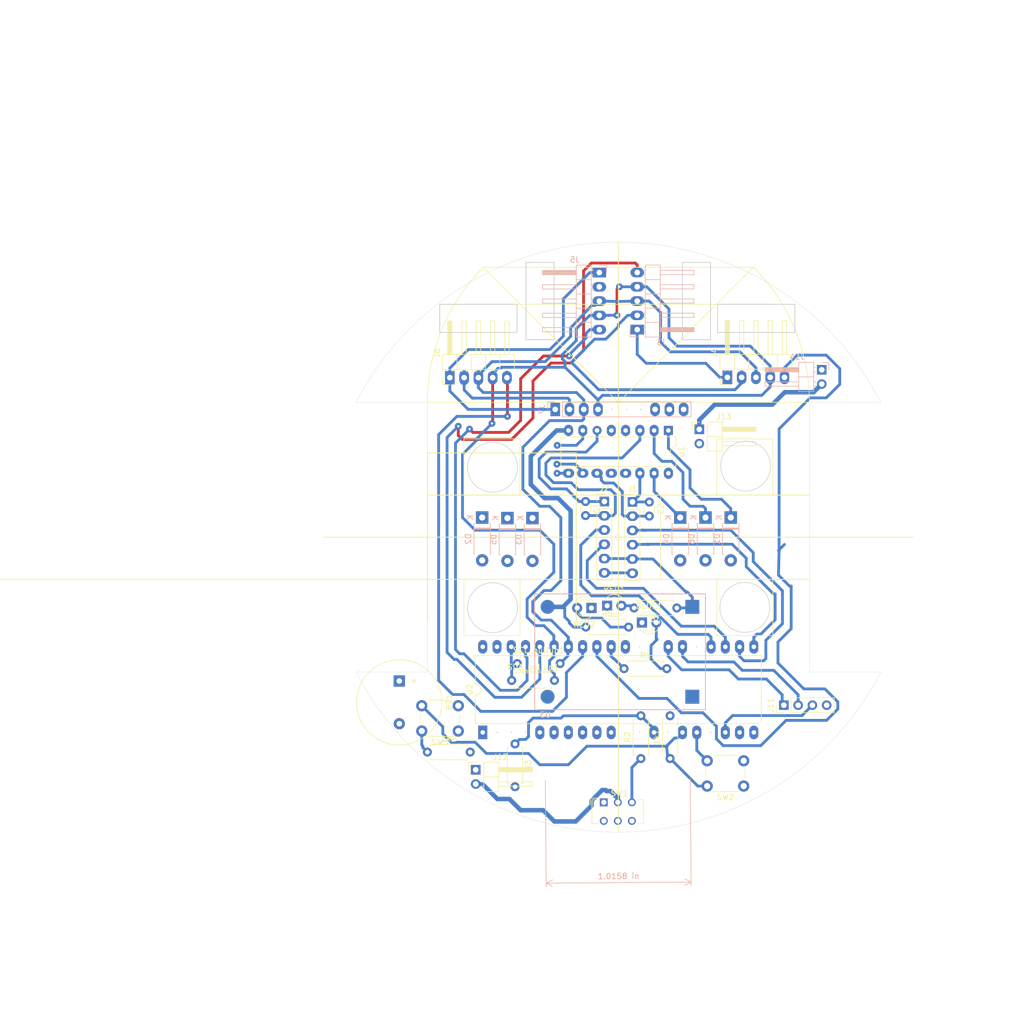
<source format=kicad_pcb>
(kicad_pcb (version 20171130) (host pcbnew 5.1.5-52549c5~84~ubuntu18.04.1)
  (title_block (title Naanu) (date 2019-12-08) (rev 2) (company "Robotics And Automation Center") (comment 1 "Sanjay Rijal") (comment 2 "Rohit Pati") (comment 3 "Rimesh Lwagun") (comment 4 "Rabin Nepal"))
  (layers (0 F.Cu signal hide) (1 In1.Cu signal hide) (2 In2.Cu signal hide) (31 B.Cu signal hide) (34 B.Paste user) (35 F.Paste user) (36 B.SilkS user) (37 F.SilkS user) (38 B.Mask user) (39 F.Mask user) (44 Edge.Cuts user))
  (net 0 "")
  (net 1 "Net-(BLUE1-Pad2)")
  (net 2 GND)
  (net 3 BUZZ_IN)
  (net 4 "Net-(C1-Pad1)")
  (net 5 "Net-(C1-Pad2)")
  (net 6 "Net-(C2-Pad2)")
  (net 7 "Net-(C2-Pad1)")
  (net 8 rEn_A)
  (net 9 rEn_B)
  (net 10 +5V)
  (net 11 lEn_B)
  (net 12 lEn_A)
  (net 13 SCL)
  (net 14 SDA)
  (net 15 X_RIGHT)
  (net 16 X_FR)
  (net 17 X_LEFT)
  (net 18 X_FL)
  (net 19 "Net-(J7-Pad5)")
  (net 20 "Net-(J7-Pad6)")
  (net 21 "Net-(J7-Pad7)")
  (net 22 "Net-(J7-Pad8)")
  (net 23 "Net-(J7-Pad9)")
  (net 24 "Net-(J7-Pad10)")
  (net 25 "Net-(J11-Pad1)")
  (net 26 "Net-(J11-Pad2)")
  (net 27 3V3)
  (net 28 "Net-(J12-Pad1)")
  (net 29 +12V_Bat)
  (net 30 "Net-(J13-Pad1)")
  (net 31 +12V)
  (net 32 LED_IN)
  (net 33 Bat_IN)
  (net 34 "Net-(R4-Pad2)")
  (net 35 "Net-(SW1-Pad1)")
  (net 36 "Net-(SW1-Pad4)")
  (net 37 "Net-(U2-Pad1)")
  (net 38 "Net-(U2-Pad2)")
  (net 39 "Net-(U2-Pad3)")
  (net 40 "Net-(U2-Pad4)")
  (net 41 "Net-(U2-Pad29)")
  (net 42 "Net-(U2-Pad32)")
  (net 43 "Net-(U2-Pad33)")
  (net 44 "Net-(U2-Pad16)")
  (net 45 "Net-(U2-Pad17)")
  (net 46 "Net-(U2-Pad19)")
  (net 47 "Net-(U2-Pad7)")
  (net 48 "Net-(D1-Pad1)")
  (net 49 "Net-(D1-Pad2)")
  (net 50 "Net-(D2-Pad1)")
  (net 51 "Net-(D2-Pad2)")
  (net 52 "Net-(D3-Pad2)")
  (net 53 "Net-(D3-Pad1)")
  (net 54 "Net-(D4-Pad1)")
  (net 55 "Net-(D4-Pad2)")
  (net 56 "Net-(D5-Pad2)")
  (net 57 "Net-(D5-Pad1)")
  (net 58 "Net-(D6-Pad2)")
  (net 59 "Net-(D6-Pad1)")
  (net 60 PushButton_1)
  (net 61 PushButton_2)
  (net 62 "Net-(R5-Pad2)")
  (module LED_THT:LED_D3.0mm (layer F.Cu) (at 105.2 122.6 180)
    (fp_text reference RED2 (at 1.27 -2.96) (layer F.SilkS))
    (fp_text value LED)
    (pad 2 thru_hole circle (at 2.54 0 180) (size 1.8 1.8) (drill 0.9) (layers *.Cu *.Mask) (net 62 "Net-(R5-Pad2)"))
    (pad 1 thru_hole rect (at 0 0 180) (size 1.8 1.8) (drill 0.9) (layers *.Cu *.Mask) (net 2 GND))
  )
  (module LED_THT:LED_D3.0mm (layer F.Cu) (at 108 122.2)
    (fp_text reference RED1 (at 1.27 -2.96) (layer F.SilkS))
    (fp_text value LED)
    (pad 2 thru_hole circle (at 2.54 0) (size 1.8 1.8) (drill 0.9) (layers *.Cu *.Mask) (net 34 "Net-(R4-Pad2)"))
    (pad 1 thru_hole rect (at 0 0) (size 1.8 1.8) (drill 0.9) (layers *.Cu *.Mask) (net 2 GND))
  )
  (module Resistor_THT:R_Axial_DIN0207_L6.3mm_D2.5mm_P7.62mm_Horizontal (layer F.Cu) (at 120.4 122.6 180)
    (fp_text reference R4 (at 3.81 -2.37) (layer F.SilkS))
    (fp_text value 330)
    (pad 2 thru_hole oval (at 7.62 0 180) (size 1.6 1.6) (drill 0.8) (layers *.Cu *.Mask) (net 34 "Net-(R4-Pad2)"))
    (pad 1 thru_hole circle (at 0 0 180) (size 1.6 1.6) (drill 0.8) (layers *.Cu *.Mask) (net 10 +5V))
  )
  (module Resistor_THT:R_Axial_DIN0207_L6.3mm_D2.5mm_P7.62mm_Horizontal (layer F.Cu) (at 91.6 146.8 270)
    (fp_text reference R3 (at 3.81 -2.37 90) (layer F.SilkS))
    (fp_text value 1k)
    (pad 2 thru_hole oval (at 7.62 0 270) (size 1.6 1.6) (drill 0.8) (layers *.Cu *.Mask) (net 2 GND))
    (pad 1 thru_hole circle (at 0 0 270) (size 1.6 1.6) (drill 0.8) (layers *.Cu *.Mask) (net 33 Bat_IN))
  )
  (module Resistor_THT:R_Axial_DIN0207_L6.3mm_D2.5mm_P7.62mm_Horizontal (layer F.Cu) (at 111 133.4)
    (fp_text reference R1 (at 3.81 -2.37) (layer F.SilkS))
    (fp_text value 330)
    (pad 2 thru_hole oval (at 7.62 0) (size 1.6 1.6) (drill 0.8) (layers *.Cu *.Mask) (net 1 "Net-(BLUE1-Pad2)"))
    (pad 1 thru_hole circle (at 0 0) (size 1.6 1.6) (drill 0.8) (layers *.Cu *.Mask) (net 32 LED_IN))
  )
  (module Connector_PinHeader_2.54mm:PinHeader_1x02_P2.54mm_Horizontal (layer F.Cu) (at 124.4 90.8)
    (fp_text reference J13 (at 4.385 -2.27) (layer F.SilkS))
    (fp_text value CELL2)
    (pad 2 thru_hole oval (at 0 2.54) (size 1.7 1.7) (drill 1) (layers *.Cu *.Mask) (net 28 "Net-(J12-Pad1)"))
    (pad 1 thru_hole rect (at 0 0) (size 1.7 1.7) (drill 1) (layers *.Cu *.Mask) (net 30 "Net-(J13-Pad1)"))
  )
  (module LED_THT:LED_D3.0mm (layer F.Cu) (at 114.2 125.2)
    (fp_text reference BLUE1 (at 1.27 -2.96) (layer F.SilkS))
    (fp_text value LED)
    (pad 2 thru_hole circle (at 2.54 0) (size 1.8 1.8) (drill 0.9) (layers *.Cu *.Mask) (net 1 "Net-(BLUE1-Pad2)"))
    (pad 1 thru_hole rect (at 0 0) (size 1.8 1.8) (drill 0.9) (layers *.Cu *.Mask) (net 2 GND))
  )
  (module Resistor_THT:R_Axial_DIN0207_L6.3mm_D2.5mm_P7.62mm_Horizontal (layer F.Cu) (at 76 148.25)
    (fp_text reference 1k2 (at 3.81 -2.37) (layer F.SilkS))
    (fp_text value R)
    (pad 2 thru_hole oval (at 7.62 0) (size 1.6 1.6) (drill 0.8) (layers *.Cu *.Mask) (net 2 GND))
    (pad 1 thru_hole circle (at 0 0) (size 1.6 1.6) (drill 0.8) (layers *.Cu *.Mask) (net 10 +5V))
  )
  (module Resistor_THT:R_Axial_DIN0207_L6.3mm_D2.5mm_P7.62mm_Horizontal (layer F.Cu) (at 119.2 149.4 90)
    (fp_text reference 1k1 (at 3.81 -2.37 90) (layer F.SilkS))
    (fp_text value R)
    (pad 2 thru_hole oval (at 7.62 0 90) (size 1.6 1.6) (drill 0.8) (layers *.Cu *.Mask) (net 2 GND))
    (pad 1 thru_hole circle (at 0 0 90) (size 1.6 1.6) (drill 0.8) (layers *.Cu *.Mask) (net 10 +5V))
  )
  (module BluePill:STM32 (layer F.Cu) (at 85.85 144.75 90)
    (fp_text reference U2 (at 7.62 -2.33 90) (layer F.SilkS))
    (fp_text value BluePill)
    (pad 1 thru_hole rect (at 0 0 90) (size 2.4 1.6) (drill 0.8) (layers *.Cu *.Mask) (net 37 "Net-(U2-Pad1)"))
    (pad 25 thru_hole oval (at 15.24 48.26 90) (size 2.4 1.6) (drill 0.8) (layers *.Cu *.Mask) (net 9 rEn_B))
    (pad 2 thru_hole circle (at 0 2.54 90) (size 0.1 0.1) (drill 0.01) (layers *.Cu *.Mask) (net 38 "Net-(U2-Pad2)"))
    (pad 26 thru_hole oval (at 15.24 45.72 90) (size 2.4 1.6) (drill 0.8) (layers *.Cu *.Mask) (net 8 rEn_A))
    (pad 3 thru_hole circle (at 0 5.08 90) (size 0.1 0.1) (drill 0.01) (layers *.Cu *.Mask) (net 39 "Net-(U2-Pad3)"))
    (pad 27 thru_hole oval (at 15.24 43.18 90) (size 2.4 1.6) (drill 0.8) (layers *.Cu *.Mask) (net 11 lEn_B))
    (pad 4 thru_hole circle (at 0 7.62 90) (size 0.1 0.1) (drill 0.01) (layers *.Cu *.Mask) (net 40 "Net-(U2-Pad4)"))
    (pad 28 thru_hole oval (at 15.24 40.64 90) (size 2.4 1.6) (drill 0.8) (layers *.Cu *.Mask) (net 12 lEn_A))
    (pad 10 thru_hole oval (at 0 10.16 90) (size 2.4 1.6) (drill 0.8) (layers *.Cu *.Mask) (net 52 "Net-(D3-Pad2)"))
    (pad 29 thru_hole oval (at 15.24 38.1 90) (size 0.1 0.1) (drill 0.01) (layers *.Cu *.Mask) (net 41 "Net-(U2-Pad29)"))
    (pad 11 thru_hole oval (at 0 12.7 90) (size 2.4 1.6) (drill 0.8) (layers *.Cu *.Mask) (net 55 "Net-(D4-Pad2)"))
    (pad 30 thru_hole oval (at 15.24 35.56 90) (size 2.4 1.6) (drill 0.8) (layers *.Cu *.Mask) (net 26 "Net-(J11-Pad2)"))
    (pad 12 thru_hole oval (at 0 15.24 90) (size 2.4 1.6) (drill 0.8) (layers *.Cu *.Mask) (net 56 "Net-(D5-Pad2)"))
    (pad 31 thru_hole oval (at 15.24 33.02 90) (size 2.4 1.6) (drill 0.8) (layers *.Cu *.Mask) (net 25 "Net-(J11-Pad1)"))
    (pad 13 thru_hole oval (at 0 17.78 90) (size 2.4 1.6) (drill 0.8) (layers *.Cu *.Mask) (net 49 "Net-(D1-Pad2)"))
    (pad 32 thru_hole oval (at 15.24 30.48 90) (size 0.1 0.1) (drill 0.01) (layers *.Cu *.Mask) (net 42 "Net-(U2-Pad32)"))
    (pad 14 thru_hole oval (at 0 20.32 90) (size 2.4 1.6) (drill 0.8) (layers *.Cu *.Mask) (net 51 "Net-(D2-Pad2)"))
    (pad 33 thru_hole circle (at 15.24 27.94 90) (size 0.1 0.1) (drill 0.01) (layers *.Cu *.Mask) (net 43 "Net-(U2-Pad33)"))
    (pad 15 thru_hole oval (at 0 22.86 90) (size 2.4 1.6) (drill 0.8) (layers *.Cu *.Mask) (net 58 "Net-(D6-Pad2)"))
    (pad 38 thru_hole oval (at 15.24 25.4 90) (size 2.4 1.6) (drill 0.8) (layers *.Cu *.Mask) (net 3 BUZZ_IN))
    (pad 16 thru_hole circle (at 0 25.4 90) (size 0.1 0.1) (drill 0.01) (layers *.Cu *.Mask) (net 44 "Net-(U2-Pad16)"))
    (pad 39 thru_hole oval (at 15.24 22.86 90) (size 2.4 1.6) (drill 0.8) (layers *.Cu *.Mask) (net 32 LED_IN))
    (pad 17 thru_hole circle (at 0 27.94 90) (size 0.1 0.1) (drill 0.01) (layers *.Cu *.Mask) (net 45 "Net-(U2-Pad17)"))
    (pad 40 thru_hole oval (at 15.24 20.32 90) (size 2.4 1.6) (drill 0.8) (layers *.Cu *.Mask) (net 16 X_FR))
    (pad 18 thru_hole oval (at 0 30.48 90) (size 2.4 1.6) (drill 0.8) (layers *.Cu *.Mask) (net 33 Bat_IN))
    (pad 41 thru_hole oval (at 15.24 17.78 90) (size 2.4 1.6) (drill 0.8) (layers *.Cu *.Mask) (net 18 X_FL))
    (pad 19 thru_hole oval (at 0 33.02 90) (size 0.1 0.1) (drill 0.01) (layers *.Cu *.Mask) (net 46 "Net-(U2-Pad19)"))
    (pad 42 thru_hole oval (at 15.24 15.24 90) (size 2.4 1.6) (drill 0.8) (layers *.Cu *.Mask) (net 13 SCL))
    (pad 21 thru_hole oval (at 0 35.56 90) (size 2.4 1.6) (drill 0.8) (layers *.Cu *.Mask) (net 61 PushButton_2))
    (pad 43 thru_hole oval (at 15.24 12.7 90) (size 2.4 1.6) (drill 0.8) (layers *.Cu *.Mask) (net 14 SDA))
    (pad 22 thru_hole oval (at 0 38.1 90) (size 2.4 1.6) (drill 0.8) (layers *.Cu *.Mask) (net 60 PushButton_1))
    (pad 45 thru_hole oval (at 15.24 10.16 90) (size 2.4 1.6) (drill 0.8) (layers *.Cu *.Mask) (net 15 X_RIGHT))
    (pad 7 thru_hole oval (at 0 40.64 90) (size 0.1 0.1) (drill 0.01) (layers *.Cu *.Mask) (net 47 "Net-(U2-Pad7)"))
    (pad 46 thru_hole oval (at 15.24 7.62 90) (size 2.4 1.6) (drill 0.8) (layers *.Cu *.Mask) (net 17 X_LEFT))
    (pad 3V3 thru_hole oval (at 0 43.18 90) (size 2.4 1.6) (drill 0.8) (layers *.Cu *.Mask) (net 27 3V3))
    (pad 5V thru_hole oval (at 15.24 5.08 90) (size 2.4 1.6) (drill 0.8) (layers *.Cu *.Mask) (net 10 +5V))
    (pad GND thru_hole oval (at 0 45.72 90) (size 2.4 1.6) (drill 0.8) (layers *.Cu *.Mask) (net 2 GND))
    (pad GND thru_hole oval (at 15.24 2.54 90) (size 2.4 1.6) (drill 0.8) (layers *.Cu *.Mask) (net 2 GND))
    (pad GND thru_hole oval (at 0 48.26 90) (size 2.4 1.6) (drill 0.8) (layers *.Cu *.Mask) (net 2 GND))
    (pad 3V3 thru_hole oval (at 15.24 0 90) (size 2.4 1.6) (drill 0.8) (layers *.Cu *.Mask) (net 27 3V3))
  )
  (module Resistor_THT:R_Axial_DIN0207_L6.3mm_D2.5mm_P7.62mm_Horizontal (layer F.Cu) (at 91 135.5)
    (fp_text reference SDA_pullup1 (at 3.81 -2.37) (layer F.SilkS))
    (fp_text value 10k)
    (pad 2 thru_hole oval (at 7.62 0) (size 1.6 1.6) (drill 0.8) (layers *.Cu *.Mask) (net 14 SDA))
    (pad 1 thru_hole circle (at 0 0) (size 1.6 1.6) (drill 0.8) (layers *.Cu *.Mask) (net 10 +5V))
  )
  (module Resistor_THT:R_Axial_DIN0207_L6.3mm_D2.5mm_P7.62mm_Horizontal (layer F.Cu) (at 92 132.5)
    (fp_text reference SCL_pullup1 (at 3.81 -2.37) (layer F.SilkS))
    (fp_text value 10k)
    (pad 2 thru_hole oval (at 7.62 0) (size 1.6 1.6) (drill 0.8) (layers *.Cu *.Mask) (net 13 SCL))
    (pad 1 thru_hole circle (at 0 0) (size 1.6 1.6) (drill 0.8) (layers *.Cu *.Mask) (net 10 +5V))
  )
  (module Resistor_THT:R_Axial_DIN0207_L6.3mm_D2.5mm_P7.62mm_Horizontal (layer F.Cu) (at 104.2 126)
    (fp_text reference R5 (at 3.81 -2.37) (layer F.SilkS))
    (fp_text value 1.5k)
    (pad 2 thru_hole oval (at 7.62 0) (size 1.6 1.6) (drill 0.8) (layers *.Cu *.Mask) (net 62 "Net-(R5-Pad2)"))
    (pad 1 thru_hole circle (at 0 0) (size 1.6 1.6) (drill 0.8) (layers *.Cu *.Mask) (net 31 +12V))
  )
  (module Resistor_THT:R_Axial_DIN0207_L6.3mm_D2.5mm_P7.62mm_Horizontal (layer F.Cu) (at 114 149.4 90)
    (fp_text reference R2 (at 3.81 -2.37 90) (layer F.SilkS))
    (fp_text value 10k)
    (pad 2 thru_hole oval (at 7.62 0 90) (size 1.6 1.6) (drill 0.8) (layers *.Cu *.Mask) (net 33 Bat_IN))
    (pad 1 thru_hole circle (at 0 0 90) (size 1.6 1.6) (drill 0.8) (layers *.Cu *.Mask) (net 31 +12V))
  )
  (module Connector_PinHeader_2.54mm:PinHeader_1x02_P2.54mm_Horizontal (layer B.Cu) (at 146.2 80.2 180)
    (fp_text reference J14 (at 4.385 2.27) (layer B.SilkS) (effects (justify mirror)))
    (fp_text value CELL3)
    (pad 2 thru_hole oval (at 0 -2.54 180) (size 1.7 1.7) (drill 1) (layers *.Cu *.Mask) (net 30 "Net-(J13-Pad1)"))
    (pad 1 thru_hole rect (at 0 0 180) (size 1.7 1.7) (drill 1) (layers *.Cu *.Mask) (net 2 GND))
  )
  (module Connector_PinHeader_2.54mm:PinHeader_1x02_P2.54mm_Horizontal (layer F.Cu) (at 84.6 151.4)
    (fp_text reference J12 (at 4.385 -2.27) (layer F.SilkS))
    (fp_text value CELL1)
    (pad 2 thru_hole oval (at 0 2.54) (size 1.7 1.7) (drill 1) (layers *.Cu *.Mask) (net 29 +12V_Bat))
    (pad 1 thru_hole rect (at 0 0) (size 1.7 1.7) (drill 1) (layers *.Cu *.Mask) (net 28 "Net-(J12-Pad1)"))
  )
  (module Connector_PinHeader_2.54mm:PinHeader_1x04_P2.54mm_Vertical (layer F.Cu) (at 139.45 139.9 90)
    (fp_text reference J11 (at 0 -2.33 90) (layer F.SilkS))
    (fp_text value USB_TTL)
    (pad 4 thru_hole oval (at 0 7.62 90) (size 1.7 1.7) (drill 1) (layers *.Cu *.Mask) (net 2 GND))
    (pad 3 thru_hole oval (at 0 5.08 90) (size 1.7 1.7) (drill 1) (layers *.Cu *.Mask) (net 27 3V3))
    (pad 2 thru_hole oval (at 0 2.54 90) (size 1.7 1.7) (drill 1) (layers *.Cu *.Mask) (net 26 "Net-(J11-Pad2)"))
    (pad 1 thru_hole rect (at 0 0 90) (size 1.7 1.7) (drill 1) (layers *.Cu *.Mask) (net 25 "Net-(J11-Pad1)"))
  )
  (module Diode_THT:D_DO-41_SOD81_P7.62mm_Horizontal (layer B.Cu) (at 125.5 106.5 270)
    (fp_text reference D6 (at 3.81 2.47 270) (layer B.SilkS) (effects (justify mirror)))
    (fp_text value 1N4007)
    (fp_text user K (at 0 2.1 270) (layer B.SilkS) (effects (justify mirror)))
    (pad 2 thru_hole oval (at 7.62 0 270) (size 2.2 2.2) (drill 1.1) (layers *.Cu *.Mask) (net 58 "Net-(D6-Pad2)"))
    (pad 1 thru_hole rect (at 0 0 270) (size 2.2 2.2) (drill 1.1) (layers *.Cu *.Mask) (net 59 "Net-(D6-Pad1)"))
  )
  (module Diode_THT:D_DO-41_SOD81_P7.62mm_Horizontal (layer B.Cu) (at 90.25 106.6 270)
    (fp_text reference D5 (at 3.81 2.47 270) (layer B.SilkS) (effects (justify mirror)))
    (fp_text value 1N4007)
    (fp_text user K (at 0 2.1 270) (layer B.SilkS) (effects (justify mirror)))
    (pad 2 thru_hole oval (at 7.62 0 270) (size 2.2 2.2) (drill 1.1) (layers *.Cu *.Mask) (net 56 "Net-(D5-Pad2)"))
    (pad 1 thru_hole rect (at 0 0 270) (size 2.2 2.2) (drill 1.1) (layers *.Cu *.Mask) (net 57 "Net-(D5-Pad1)"))
  )
  (module Diode_THT:D_DO-41_SOD81_P7.62mm_Horizontal (layer B.Cu) (at 121 106.5 270)
    (fp_text reference D4 (at 3.81 2.47 270) (layer B.SilkS) (effects (justify mirror)))
    (fp_text value 1N4007)
    (fp_text user K (at 0 2.1 270) (layer B.SilkS) (effects (justify mirror)))
    (pad 2 thru_hole oval (at 7.62 0 270) (size 2.2 2.2) (drill 1.1) (layers *.Cu *.Mask) (net 55 "Net-(D4-Pad2)"))
    (pad 1 thru_hole rect (at 0 0 270) (size 2.2 2.2) (drill 1.1) (layers *.Cu *.Mask) (net 54 "Net-(D4-Pad1)"))
  )
  (module Diode_THT:D_DO-41_SOD81_P7.62mm_Horizontal (layer B.Cu) (at 94.7 106.6 270)
    (fp_text reference D3 (at 3.81 2.47 270) (layer B.SilkS) (effects (justify mirror)))
    (fp_text value 1N4007)
    (fp_text user K (at 0 2.1 270) (layer B.SilkS) (effects (justify mirror)))
    (pad 2 thru_hole oval (at 7.62 0 270) (size 2.2 2.2) (drill 1.1) (layers *.Cu *.Mask) (net 52 "Net-(D3-Pad2)"))
    (pad 1 thru_hole rect (at 0 0 270) (size 2.2 2.2) (drill 1.1) (layers *.Cu *.Mask) (net 53 "Net-(D3-Pad1)"))
  )
  (module Diode_THT:D_DO-41_SOD81_P7.62mm_Horizontal (layer B.Cu) (at 85.75 106.5 270)
    (fp_text reference D2 (at 3.81 2.47 270) (layer B.SilkS) (effects (justify mirror)))
    (fp_text value 1N4007)
    (fp_text user K (at 0 2.1 270) (layer B.SilkS) (effects (justify mirror)))
    (pad 2 thru_hole oval (at 7.62 0 270) (size 2.2 2.2) (drill 1.1) (layers *.Cu *.Mask) (net 51 "Net-(D2-Pad2)"))
    (pad 1 thru_hole rect (at 0 0 270) (size 2.2 2.2) (drill 1.1) (layers *.Cu *.Mask) (net 50 "Net-(D2-Pad1)"))
  )
  (module Diode_THT:D_DO-41_SOD81_P7.62mm_Horizontal (layer B.Cu) (at 130 106.5 270)
    (fp_text reference D1 (at 3.81 2.47 270) (layer B.SilkS) (effects (justify mirror)))
    (fp_text value 1N4007)
    (fp_text user K (at 0 2.1 270) (layer B.SilkS) (effects (justify mirror)))
    (pad 2 thru_hole oval (at 7.62 0 270) (size 2.2 2.2) (drill 1.1) (layers *.Cu *.Mask) (net 49 "Net-(D1-Pad2)"))
    (pad 1 thru_hole rect (at 0 0 270) (size 2.2 2.2) (drill 1.1) (layers *.Cu *.Mask) (net 48 "Net-(D1-Pad1)"))
  )
  (module Capacitor_THT:C_Disc_D3.0mm_W1.6mm_P2.50mm (layer F.Cu) (at 115.5 103.75 270)
    (fp_text reference C2 (at 1.25 -2.05 90) (layer F.SilkS))
    (fp_text value C)
    (pad 2 thru_hole circle (at 2.5 0 270) (size 1.6 1.6) (drill 0.8) (layers *.Cu *.Mask) (net 6 "Net-(C2-Pad2)"))
    (pad 1 thru_hole circle (at 0 0 270) (size 1.6 1.6) (drill 0.8) (layers *.Cu *.Mask) (net 7 "Net-(C2-Pad1)"))
  )
  (module Capacitor_THT:C_Disc_D3.0mm_W1.6mm_P2.50mm (layer F.Cu) (at 104.15 103.65 270)
    (fp_text reference C1 (at 1.25 -2.05 90) (layer F.SilkS))
    (fp_text value C)
    (pad 2 thru_hole circle (at 2.5 0 270) (size 1.6 1.6) (drill 0.8) (layers *.Cu *.Mask) (net 5 "Net-(C1-Pad2)"))
    (pad 1 thru_hole circle (at 0 0 270) (size 1.6 1.6) (drill 0.8) (layers *.Cu *.Mask) (net 4 "Net-(C1-Pad1)"))
  )
  (module Buzzer_Beeper:Buzzer_15x7.5RM7.6 (layer F.Cu) (at 71 135.6 270)
    (fp_text reference BZ1 (at 3.81 -8.89 90) (layer F.SilkS))
    (fp_text value Buzzer)
    (fp_text user + (at -0.01 -2.54 90) (layer F.SilkS))
    (pad 2 thru_hole circle (at 7.6 0 270) (size 2 2) (drill 1) (layers *.Cu *.Mask) (net 2 GND))
    (pad 1 thru_hole rect (at 0 0 270) (size 2 2) (drill 1) (layers *.Cu *.Mask) (net 3 BUZZ_IN))
  )
  (module Button_Switch_THT:SW_PUSH_6mm_H5mm (layer F.Cu) (at 132.3 154.3 180)
    (fp_text reference SW2 (at 3.25 -2) (layer F.SilkS))
    (fp_text value SW_Push)
    (pad 2 thru_hole circle (at 0 4.5 270) (size 2 2) (drill 1.1) (layers *.Cu *.Mask) (net 60 PushButton_1))
    (pad 1 thru_hole circle (at 0 0 270) (size 2 2) (drill 1.1) (layers *.Cu *.Mask) (net 10 +5V))
    (pad 2 thru_hole circle (at 6.5 4.5 270) (size 2 2) (drill 1.1) (layers *.Cu *.Mask) (net 60 PushButton_1))
    (pad 1 thru_hole circle (at 6.5 0 270) (size 2 2) (drill 1.1) (layers *.Cu *.Mask) (net 10 +5V))
  )
  (module Button_Switch_THT:SW_CuK_JS202011CQN_DPDT_Straight (layer F.Cu) (at 107.4 157.2)
    (fp_text reference SW1 (at 2.75 -1.6) (layer F.SilkS))
    (fp_text value SWITCH)
    (pad 1 thru_hole rect (at 0 0) (size 1.4 1.4) (drill 0.9) (layers *.Cu *.Mask) (net 35 "Net-(SW1-Pad1)"))
    (pad 2 thru_hole circle (at 2.5 0) (size 1.4 1.4) (drill 0.9) (layers *.Cu *.Mask) (net 29 +12V_Bat))
    (pad 3 thru_hole circle (at 5 0) (size 1.4 1.4) (drill 0.9) (layers *.Cu *.Mask) (net 31 +12V))
    (pad 4 thru_hole circle (at 0 3.3) (size 1.4 1.4) (drill 0.9) (layers *.Cu *.Mask) (net 36 "Net-(SW1-Pad4)"))
    (pad 5 thru_hole circle (at 2.5 3.3) (size 1.4 1.4) (drill 0.9) (layers *.Cu *.Mask) (net 2 GND))
    (pad 6 thru_hole circle (at 5 3.3) (size 1.4 1.4) (drill 0.9) (layers *.Cu *.Mask) (net 2 GND))
  )
  (module Buck:Buck (layer B.Cu) (at 95.1 140.7)
    (fp_text reference U3 (at 1.905 0.889) (layer B.SilkS) (effects (justify mirror)))
    (fp_text value "5V Regulator")
    (pad 1 smd circle (at 2.3 -2.3) (size 2.5 2.5) (layers B.Cu B.Paste B.Mask) (net 2 GND))
    (pad 2 smd circle (at 2.3 -18.3) (size 2.5 2.5) (layers B.Cu B.Paste B.Mask) (net 31 +12V))
    (pad 3 smd rect (at 28.0532 -2.3) (size 2.5 2.5) (layers B.Cu B.Paste B.Mask) (net 2 GND))
    (pad 4 smd rect (at 28.0532 -18.3) (size 2.5 2.5) (layers B.Cu B.Paste B.Mask) (net 10 +5V))
  )
  (module Package_DIP:DIP-16_W7.62mm (layer F.Cu) (at 118.9 91 270)
    (fp_text reference U1 (at 3.81 -2.33 90) (layer F.SilkS))
    (fp_text value L293D)
    (pad 16 thru_hole oval (at 7.62 0 270) (size 2 1.6) (drill 0.8) (layers *.Cu *.Mask) (net 10 +5V))
    (pad 8 thru_hole oval (at 0 17.78 270) (size 2 1.6) (drill 0.8) (layers *.Cu *.Mask) (net 31 +12V))
    (pad 15 thru_hole oval (at 7.62 2.54 270) (size 2 1.6) (drill 0.8) (layers *.Cu *.Mask) (net 54 "Net-(D4-Pad1)"))
    (pad 7 thru_hole oval (at 0 15.24 270) (size 2 1.6) (drill 0.8) (layers *.Cu *.Mask) (net 50 "Net-(D2-Pad1)"))
    (pad 14 thru_hole oval (at 7.62 5.08 270) (size 2 1.6) (drill 0.8) (layers *.Cu *.Mask) (net 7 "Net-(C2-Pad1)"))
    (pad 6 thru_hole oval (at 0 12.7 270) (size 1.6 1.6) (drill 0.8) (layers *.Cu *.Mask) (net 4 "Net-(C1-Pad1)"))
    (pad 13 thru_hole oval (at 7.62 7.62 270) (size 1.6 2) (drill 0.8) (layers *.Cu *.Mask) (net 2 GND))
    (pad 5 thru_hole oval (at 0 10.16 270) (size 2 1.6) (drill 0.8) (layers *.Cu *.Mask) (net 2 GND))
    (pad 12 thru_hole oval (at 7.62 10.16 270) (size 1.6 2) (drill 0.8) (layers *.Cu *.Mask) (net 2 GND))
    (pad 4 thru_hole oval (at 0 7.62 270) (size 2 1.6) (drill 0.8) (layers *.Cu *.Mask) (net 2 GND))
    (pad 11 thru_hole oval (at 7.62 12.7 270) (size 1.6 2) (drill 0.8) (layers *.Cu *.Mask) (net 6 "Net-(C2-Pad2)"))
    (pad 3 thru_hole oval (at 0 5.08 270) (size 2 1.6) (drill 0.8) (layers *.Cu *.Mask) (net 5 "Net-(C1-Pad2)"))
    (pad 10 thru_hole oval (at 7.62 15.24 270) (size 1.6 2) (drill 0.8) (layers *.Cu *.Mask) (net 57 "Net-(D5-Pad1)"))
    (pad 2 thru_hole oval (at 0 2.54 270) (size 2 1.6) (drill 0.8) (layers *.Cu *.Mask) (net 59 "Net-(D6-Pad1)"))
    (pad 9 thru_hole oval (at 7.62 17.78 270) (size 1.6 2) (drill 0.8) (layers *.Cu *.Mask) (net 53 "Net-(D3-Pad1)"))
    (pad 1 thru_hole rect (at 0 0 270) (size 1.6 1.6) (drill 0.8) (layers *.Cu *.Mask) (net 48 "Net-(D1-Pad1)"))
  )
  (module Button_Switch_THT:SW_PUSH_6mm_H5mm (layer F.Cu) (at 81.5 144.5 180)
    (fp_text reference SW3 (at 3.25 -2) (layer F.SilkS))
    (fp_text value SW_Push)
    (pad 2 thru_hole circle (at 0 4.5 270) (size 2 2) (drill 1.1) (layers *.Cu *.Mask) (net 61 PushButton_2))
    (pad 1 thru_hole circle (at 0 0 270) (size 2 2) (drill 1.1) (layers *.Cu *.Mask) (net 10 +5V))
    (pad 2 thru_hole circle (at 6.5 4.5 270) (size 2 2) (drill 1.1) (layers *.Cu *.Mask) (net 61 PushButton_2))
    (pad 1 thru_hole circle (at 6.5 0 270) (size 2 2) (drill 1.1) (layers *.Cu *.Mask) (net 10 +5V))
  )
  (module Connector_PinHeader_2.54mm:PinHeader_1x10_P2.54mm_Vertical (layer B.Cu) (at 98.75 87.25 270)
    (fp_text reference J7 (at 0 2.33 270) (layer B.SilkS) (effects (justify mirror)))
    (fp_text value MPU9250)
    (pad 1 thru_hole rect (at 0 0 270) (size 2.4 1.7) (drill 1) (layers *.Cu *.Mask) (net 10 +5V))
    (pad 2 thru_hole oval (at 0 -2.54 270) (size 2.4 1.7) (drill 1) (layers *.Cu *.Mask) (net 2 GND))
    (pad 3 thru_hole oval (at 0 -5.08 270) (size 2.4 1.7) (drill 1) (layers *.Cu *.Mask) (net 13 SCL))
    (pad 4 thru_hole oval (at 0 -7.62 270) (size 2.4 1.7) (drill 1) (layers *.Cu *.Mask) (net 14 SDA))
    (pad 5 thru_hole oval (at 0 -10.16 270) (size 0.1 0.1) (drill 0.01) (layers *.Cu *.Mask) (net 19 "Net-(J7-Pad5)"))
    (pad 6 thru_hole oval (at 0 -12.7 270) (size 0.1 0.1) (drill 0.01) (layers *.Cu *.Mask) (net 20 "Net-(J7-Pad6)"))
    (pad 7 thru_hole oval (at 0 -15.24 270) (size 0.1 0.1) (drill 0.01) (layers *.Cu *.Mask) (net 21 "Net-(J7-Pad7)"))
    (pad 8 thru_hole oval (at 0 -17.78 270) (size 2.4 1.7) (drill 1) (layers *.Cu *.Mask) (net 22 "Net-(J7-Pad8)"))
    (pad 9 thru_hole oval (at 0 -20.32 270) (size 2.4 1.7) (drill 1) (layers *.Cu *.Mask) (net 23 "Net-(J7-Pad9)"))
    (pad 10 thru_hole oval (at 0 -22.86 270) (size 2.4 1.7) (drill 1) (layers *.Cu *.Mask) (net 24 "Net-(J7-Pad10)"))
  )
  (module Connector_PinHeader_2.54mm:PinHeader_1x06_P2.54mm_Vertical (layer F.Cu) (at 107.5 103.65)
    (fp_text reference J2 (at 0 -2.33) (layer F.SilkS))
    (fp_text value Motor_LEFT)
    (pad 1 thru_hole rect (at 0 0) (size 1.7 1.7) (drill 1) (layers *.Cu *.Mask) (net 4 "Net-(C1-Pad1)"))
    (pad 2 thru_hole oval (at 0 2.54) (size 2 1.7) (drill 1) (layers *.Cu *.Mask) (net 5 "Net-(C1-Pad2)"))
    (pad 3 thru_hole oval (at 0 5.08) (size 2 1.7) (drill 1) (layers *.Cu *.Mask) (net 12 lEn_A))
    (pad 4 thru_hole oval (at 0 7.62) (size 2 1.7) (drill 1) (layers *.Cu *.Mask) (net 11 lEn_B))
    (pad 5 thru_hole oval (at 0 10.16) (size 2 1.7) (drill 1) (layers *.Cu *.Mask) (net 10 +5V))
    (pad 6 thru_hole oval (at 0 12.7) (size 2 1.7) (drill 1) (layers *.Cu *.Mask) (net 2 GND))
  )
  (module Connector_PinHeader_2.54mm:PinHeader_1x06_P2.54mm_Vertical (layer F.Cu) (at 112.5 103.72)
    (fp_text reference J1 (at 0 -2.33) (layer F.SilkS))
    (fp_text value Motor_RIGHT)
    (pad 1 thru_hole rect (at 0 0) (size 1.7 1.7) (drill 1) (layers *.Cu *.Mask) (net 7 "Net-(C2-Pad1)"))
    (pad 2 thru_hole oval (at 0 2.54) (size 2 1.7) (drill 1) (layers *.Cu *.Mask) (net 6 "Net-(C2-Pad2)"))
    (pad 3 thru_hole oval (at 0 5.08) (size 2 1.7) (drill 1) (layers *.Cu *.Mask) (net 8 rEn_A))
    (pad 4 thru_hole oval (at 0 7.62) (size 2 1.7) (drill 1) (layers *.Cu *.Mask) (net 9 rEn_B))
    (pad 5 thru_hole oval (at 0 10.16) (size 2 1.7) (drill 1) (layers *.Cu *.Mask) (net 10 +5V))
    (pad 6 thru_hole oval (at 0 12.7) (size 2 1.7) (drill 1) (layers *.Cu *.Mask) (net 2 GND))
  )
  (module Connector_PinHeader_2.54mm:PinHeader_1x05_P2.54mm_Horizontal (layer F.Cu) (at 80 81.6 90)
    (fp_text reference J6 (at 4.385 -2.27 90) (layer F.SilkS))
    (fp_text value VLX_FL)
    (pad 5 thru_hole oval (at 0 10.16 90) (size 2.4 1.7) (drill 1) (layers *.Cu *.Mask) (net 18 X_FL))
    (pad 4 thru_hole oval (at 0 7.62 90) (size 2.4 1.7) (drill 1) (layers *.Cu *.Mask) (net 14 SDA))
    (pad 3 thru_hole oval (at 0 5.08 90) (size 2.6 1.7) (drill 1) (layers *.Cu *.Mask) (net 13 SCL))
    (pad 2 thru_hole oval (at 0 2.54 90) (size 2.6 1.7) (drill 1) (layers *.Cu *.Mask) (net 2 GND))
    (pad 1 thru_hole rect (at 0 0 90) (size 2.4 1.7) (drill 1) (layers *.Cu *.Mask) (net 10 +5V))
  )
  (module Connector_PinHeader_2.54mm:PinHeader_1x05_P2.54mm_Horizontal (layer B.Cu) (at 106.6 62.9 180)
    (fp_text reference J5 (at 4.385 2.27) (layer B.SilkS) (effects (justify mirror)))
    (fp_text value VLX_LEFT)
    (pad 5 thru_hole oval (at 0 -10.16 180) (size 2.4 1.7) (drill 1) (layers *.Cu *.Mask) (net 17 X_LEFT))
    (pad 4 thru_hole oval (at 0 -7.62 180) (size 2.4 1.7) (drill 1) (layers *.Cu *.Mask) (net 14 SDA))
    (pad 3 thru_hole oval (at 0 -5.08 180) (size 2.4 1.7) (drill 1) (layers *.Cu *.Mask) (net 13 SCL))
    (pad 2 thru_hole oval (at 0 -2.540001 180) (size 2.4 1.7) (drill 1) (layers *.Cu *.Mask) (net 2 GND))
    (pad 1 thru_hole rect (at 0 0 180) (size 2.4 1.7) (drill 1) (layers *.Cu *.Mask) (net 10 +5V))
  )
  (module Connector_PinHeader_2.54mm:PinHeader_1x05_P2.54mm_Horizontal (layer B.Cu) (at 113.35 73.05)
    (fp_text reference J3 (at 4.385 2.27) (layer B.SilkS) (effects (justify mirror)))
    (fp_text value VLX_RIGHT)
    (pad 1 thru_hole rect (at 0 0) (size 2.4 1.7) (drill 1) (layers *.Cu *.Mask) (net 10 +5V))
    (pad 2 thru_hole oval (at 0 -2.540001) (size 2.4 1.7) (drill 1) (layers *.Cu *.Mask) (net 2 GND))
    (pad 3 thru_hole oval (at 0 -5.08) (size 2.4 1.7) (drill 1) (layers *.Cu *.Mask) (net 13 SCL))
    (pad 4 thru_hole oval (at 0 -7.62) (size 2.4 1.7) (drill 1) (layers *.Cu *.Mask) (net 14 SDA))
    (pad 5 thru_hole oval (at 0 -10.16) (size 2.4 1.7) (drill 1) (layers *.Cu *.Mask) (net 15 X_RIGHT))
  )
  (module Connector_PinHeader_2.54mm:PinHeader_1x05_P2.54mm_Horizontal (layer F.Cu) (at 129.4 81.55 90)
    (fp_text reference J4 (at 4.385 -2.27 90) (layer F.SilkS))
    (fp_text value VLX_FR)
    (pad 1 thru_hole rect (at 0 0 90) (size 2.4 1.7) (drill 1) (layers *.Cu *.Mask) (net 10 +5V))
    (pad 2 thru_hole oval (at 0 2.54 90) (size 2.4 1.7) (drill 1) (layers *.Cu *.Mask) (net 2 GND))
    (pad 3 thru_hole oval (at 0 5.08 90) (size 2.4 1.7) (drill 1) (layers *.Cu *.Mask) (net 13 SCL))
    (pad 4 thru_hole oval (at 0 7.62 90) (size 2.4 1.7) (drill 1) (layers *.Cu *.Mask) (net 14 SDA))
    (pad 5 thru_hole oval (at 0 10.16 90) (size 2.4 1.7) (drill 1) (layers *.Cu *.Mask) (net 16 X_FR))
  )
  (dimension 25.800775 (width 0.12) (layer B.SilkS) (gr_text "25.801 mm" (at 110.052424 172.762654 0.4441444331) (layer B.SilkS) (effects (font (size 1 1) (thickness 0.15)))) (feature1 (pts (xy 122.8 153) (xy 122.947125 171.979095))) (feature2 (pts (xy 97 153.2) (xy 97.147125 172.179095))) (crossbar (pts (xy 97.142579 171.592692) (xy 122.942579 171.392692))) (arrow1a (pts (xy 122.942579 171.392692) (xy 121.820655 171.987827))) (arrow1b (pts (xy 122.942579 171.392692) (xy 121.811563 170.815021))) (arrow2a (pts (xy 97.142579 171.592692) (xy 98.273595 172.170363))) (arrow2b (pts (xy 97.142579 171.592692) (xy 98.264503 170.997557))))
  (gr_line (start 117.5 102.5) (end 117.5 117.5) (layer F.SilkS) (width 0.12))
  (gr_circle (center 87.6 97.55) (end 92.040721 97.55) (layer Edge.Cuts) (width 0.12))
  (gr_circle (center 87.6 122.55) (end 92.040721 122.55) (layer Edge.Cuts) (width 0.12))
  (gr_circle (center 132.5 122.5) (end 136.940721 122.5) (layer Edge.Cuts) (width 0.12))
  (gr_circle (center 132.65 97.35) (end 137.090721 97.35) (layer Edge.Cuts) (width 0.12))
  (gr_line (start 137.5 92.5) (end 137.5 102.5) (layer F.SilkS) (width 0.12))
  (gr_line (start 127.5 92.5) (end 137.5 92.5) (layer F.SilkS) (width 0.12))
  (gr_line (start 127.5 102.5) (end 127.5 92.5) (layer F.SilkS) (width 0.12))
  (gr_line (start 137.5 127.5) (end 137.5 117.5) (layer F.SilkS) (width 0.12))
  (gr_line (start 127.5 127.5) (end 137.5 127.5) (layer F.SilkS) (width 0.12))
  (gr_line (start 127.5 117.5) (end 127.5 127.5) (layer F.SilkS) (width 0.12))
  (gr_line (start 82.5 92.5) (end 82.5 102.55) (layer F.SilkS) (width 0.12))
  (gr_line (start 92.5 92.5) (end 82.5 92.5) (layer F.SilkS) (width 0.12))
  (gr_line (start 92.5 102.5) (end 92.5 92.5) (layer F.SilkS) (width 0.12))
  (gr_line (start 82.5 127.5) (end 82.5 117.5) (layer F.SilkS) (width 0.12))
  (gr_line (start 92.5 127.5) (end 82.5 127.5) (layer F.SilkS) (width 0.12))
  (gr_line (start 92.5 117.5) (end 92.5 127.5) (layer F.SilkS) (width 0.12))
  (gr_line (start 78.2 68.55) (end 137.7 68.55) (layer F.SilkS) (width 0.12))
  (gr_line (start 126.4 74.85) (end 121.4 74.85) (layer Edge.Cuts) (width 0.15))
  (gr_line (start 126.4 61.1) (end 126.4 74.85) (layer Edge.Cuts) (width 0.15))
  (gr_line (start 126.4 61.1) (end 121.4 61.1) (layer Edge.Cuts) (width 0.15))
  (gr_line (start 121.4 74.85) (end 121.4 61.1) (layer Edge.Cuts) (width 0.15))
  (gr_line (start 98.55 74.85) (end 93.55 74.85) (layer Edge.Cuts) (width 0.15))
  (gr_line (start 98.55 61.1) (end 98.55 74.85) (layer Edge.Cuts) (width 0.15))
  (gr_line (start 98.55 61.1) (end 93.55 61.1) (layer Edge.Cuts) (width 0.15))
  (gr_line (start 93.55 74.85) (end 93.55 61.1) (layer Edge.Cuts) (width 0.15))
  (gr_line (start 127.65 73.55) (end 127.65 68.55) (layer Edge.Cuts) (width 0.15))
  (gr_line (start 141.4 73.55) (end 127.65 73.55) (layer Edge.Cuts) (width 0.15))
  (gr_line (start 141.4 73.55) (end 141.4 68.55) (layer Edge.Cuts) (width 0.15))
  (gr_line (start 127.65 68.55) (end 141.4 68.55) (layer Edge.Cuts) (width 0.15))
  (gr_line (start 78.2 68.55) (end 91.95 68.55) (layer Edge.Cuts) (width 0.15))
  (gr_line (start 78.2 73.55) (end 78.2 68.55) (layer Edge.Cuts) (width 0.15))
  (gr_line (start 91.95 73.55) (end 78.2 73.55) (layer Edge.Cuts) (width 0.15))
  (gr_line (start 91.95 73.55) (end 91.95 68.55) (layer Edge.Cuts) (width 0.15))
  (gr_line (start 85.95837 61.95837) (end 134.041631 61.958369) (layer F.SilkS) (width 0.12))
  (gr_line (start 110 86) (end 134.041631 61.958369) (layer F.SilkS) (width 0.12))
  (gr_line (start 110 86) (end 85.95837 61.95837) (layer F.SilkS) (width 0.12))
  (gr_arc (start 110 86) (end 85.95837 61.95837) (angle -45) (layer F.SilkS) (width 0.12))
  (gr_arc (start 110 86) (end 144 86) (angle -45) (layer F.SilkS) (width 0.12))
  (gr_line (start 110 86) (end 76 86) (layer F.SilkS) (width 0.12))
  (gr_line (start 144 86) (end 110 86) (layer F.SilkS) (width 0.12))
  (gr_line (start 144 102.5) (end 76 102.5) (layer F.SilkS) (width 0.15))
  (gr_line (start 0 117.5) (end 144 117.5) (layer F.SilkS) (width 0.15))
  (gr_line (start 102.5 125) (end 102.5 110) (layer F.SilkS) (width 0.15))
  (gr_line (start 76 95) (end 76 125) (layer F.SilkS) (width 0.15))
  (gr_line (start 102.5 95) (end 76 95) (layer F.SilkS) (width 0.15))
  (gr_line (start 102.5 110) (end 102.5 95) (layer F.SilkS) (width 0.15))
  (gr_line (start 76 134) (end 76 86) (layer Edge.Cuts) (width 0.05))
  (gr_arc (start 110 110) (end 63.300001 133.999999) (angle -125.6010481) (layer Edge.Cuts) (width 0.05))
  (gr_arc (start 110 110) (end 156.699999 86.000001) (angle -125.6010486) (layer Edge.Cuts) (width 0.05))
  (gr_line (start 76 134) (end 63.300001 133.999999) (layer Edge.Cuts) (width 0.05))
  (gr_line (start 144 134) (end 156.699999 134) (layer Edge.Cuts) (width 0.05))
  (gr_line (start 144 86) (end 156.699999 86.000001) (layer Edge.Cuts) (width 0.05))
  (gr_line (start 144 86) (end 144 134) (layer Edge.Cuts) (width 0.05))
  (gr_line (start 63.3 86) (end 76 86) (layer Edge.Cuts) (width 0.05))
  (gr_line (start 110 57.5) (end 110 162.5) (layer F.SilkS) (width 0.15))
  (gr_line (start 57.5 110) (end 162.5 110) (layer F.SilkS) (width 0.15))
  (gr_circle (center 110 110) (end 110.47 110) (layer Edge.Cuts) (width 0.05))
  (segment (start 117.48863 133.4) (end 115.8 131.71137) (width 0.5) (layer B.Cu) (net 1))
  (segment (start 118.62 133.4) (end 117.48863 133.4) (width 0.5) (layer B.Cu) (net 1))
  (segment (start 115.8 129.299998) (end 116.899998 128.2) (width 0.5) (layer B.Cu) (net 1))
  (segment (start 115.8 131.71137) (end 115.8 129.299998) (width 0.5) (layer B.Cu) (net 1))
  (segment (start 116.74 128.040002) (end 116.74 125.2) (width 0.5) (layer B.Cu) (net 1))
  (segment (start 116.899998 128.2) (end 116.74 128.040002) (width 0.5) (layer B.Cu) (net 1))
  (segment (start 112.43 116.35) (end 112.5 116.42) (width 0.5) (layer B.Cu) (net 2))
  (segment (start 107.5 116.35) (end 112.43 116.35) (width 0.5) (layer B.Cu) (net 2))
  (segment (start 101.29 85.55) (end 100.99 85.25) (width 0.5) (layer B.Cu) (net 2))
  (segment (start 101.29 87.25) (end 101.29 85.55) (width 0.5) (layer B.Cu) (net 2))
  (segment (start 100.99 85.25) (end 84 85.25) (width 0.5) (layer B.Cu) (net 2))
  (segment (start 82.54 83.79) (end 82.54 81.6) (width 0.5) (layer B.Cu) (net 2))
  (segment (start 84 85.25) (end 82.54 83.79) (width 0.5) (layer B.Cu) (net 2))
  (segment (start 111.65 70.509999) (end 113.35 70.509999) (width 0.5) (layer B.Cu) (net 2))
  (segment (start 110 72.159999) (end 111.65 70.509999) (width 0.5) (layer B.Cu) (net 2))
  (segment (start 110 72.5) (end 110 72.159999) (width 0.5) (layer B.Cu) (net 2))
  (segment (start 107.75 74.75) (end 110 72.5) (width 0.5) (layer B.Cu) (net 2))
  (segment (start 105.75 74.75) (end 107.75 74.75) (width 0.5) (layer B.Cu) (net 2))
  (segment (start 101.75 78.75) (end 105.75 74.75) (width 0.5) (layer B.Cu) (net 2))
  (segment (start 132 81.96) (end 132 82.5) (width 0.5) (layer B.Cu) (net 2))
  (segment (start 131.94 81.9) (end 132 81.96) (width 0.5) (layer B.Cu) (net 2))
  (segment (start 101.75 79) (end 101.75 78.75) (width 0.5) (layer B.Cu) (net 2))
  (segment (start 131.94 81.55) (end 131.94 81.9) (width 0.5) (layer B.Cu) (net 2))
  (segment (start 106.5 83.75) (end 101.75 79) (width 0.5) (layer B.Cu) (net 2))
  (segment (start 132 82.5) (end 130.75 83.75) (width 0.5) (layer B.Cu) (net 2))
  (segment (start 130.75 83.75) (end 106.5 83.75) (width 0.5) (layer B.Cu) (net 2))
  (segment (start 104.15 103.65) (end 107.5 103.65) (width 0.5) (layer B.Cu) (net 4))
  (segment (start 97.15 94.85) (end 104.25 94.85) (width 0.5) (layer B.Cu) (net 4))
  (segment (start 103.01863 103.65) (end 100.76863 101.4) (width 0.5) (layer B.Cu) (net 4))
  (segment (start 106.2 92.9) (end 106.2 91) (width 0.5) (layer B.Cu) (net 4))
  (segment (start 104.15 103.65) (end 103.01863 103.65) (width 0.5) (layer B.Cu) (net 4))
  (segment (start 104.25 94.85) (end 106.2 92.9) (width 0.5) (layer B.Cu) (net 4))
  (segment (start 100.76863 101.4) (end 97.95 101.4) (width 0.5) (layer B.Cu) (net 4))
  (segment (start 95.9 99.35) (end 95.9 96.1) (width 0.5) (layer B.Cu) (net 4))
  (segment (start 97.95 101.4) (end 95.9 99.35) (width 0.5) (layer B.Cu) (net 4))
  (segment (start 95.9 96.1) (end 97.15 94.85) (width 0.5) (layer B.Cu) (net 4))
  (segment (start 107.46 106.15) (end 107.5 106.19) (width 0.5) (layer B.Cu) (net 5))
  (segment (start 104.15 106.15) (end 107.46 106.15) (width 0.5) (layer B.Cu) (net 5))
  (segment (start 109 106.19) (end 109.45 105.74) (width 0.5) (layer B.Cu) (net 5))
  (segment (start 107.5 106.19) (end 109 106.19) (width 0.5) (layer B.Cu) (net 5))
  (segment (start 109.45 105.74) (end 109.45 102.35) (width 0.5) (layer B.Cu) (net 5))
  (segment (start 109.45 102.35) (end 108.65 101.55) (width 0.5) (layer B.Cu) (net 5))
  (segment (start 108.65 101.55) (end 102.85 101.55) (width 0.5) (layer B.Cu) (net 5))
  (segment (start 102.85 101.55) (end 101.6 100.3) (width 0.5) (layer B.Cu) (net 5))
  (segment (start 101.6 100.3) (end 98.45 100.3) (width 0.5) (layer B.Cu) (net 5))
  (segment (start 98.45 100.3) (end 97.1 98.95) (width 0.5) (layer B.Cu) (net 5))
  (segment (start 97.1 98.95) (end 97.1 96.8) (width 0.5) (layer B.Cu) (net 5))
  (segment (start 97.1 96.8) (end 98 95.9) (width 0.5) (layer B.Cu) (net 5))
  (segment (start 98 95.9) (end 110.65 95.9) (width 0.5) (layer B.Cu) (net 5))
  (segment (start 113.82 92.73) (end 113.82 91) (width 0.5) (layer B.Cu) (net 5))
  (segment (start 110.65 95.9) (end 113.82 92.73) (width 0.5) (layer B.Cu) (net 5))
  (segment (start 115.49 106.26) (end 115.5 106.25) (width 0.5) (layer B.Cu) (net 6))
  (segment (start 112.5 106.26) (end 115.49 106.26) (width 0.5) (layer B.Cu) (net 6))
  (segment (start 111 106.26) (end 110.7 105.96) (width 0.5) (layer B.Cu) (net 6))
  (segment (start 112.5 106.26) (end 111 106.26) (width 0.5) (layer B.Cu) (net 6))
  (segment (start 110.7 105.96) (end 110.7 101.9) (width 0.5) (layer B.Cu) (net 6))
  (segment (start 110.7 101.9) (end 109.15 100.35) (width 0.5) (layer B.Cu) (net 6))
  (segment (start 109.15 100.35) (end 107.45 100.35) (width 0.5) (layer B.Cu) (net 6))
  (segment (start 107.45 100.35) (end 106.95 99.85) (width 0.5) (layer B.Cu) (net 6))
  (segment (start 106.95 99.37) (end 106.2 98.62) (width 0.5) (layer B.Cu) (net 6))
  (segment (start 106.95 99.85) (end 106.95 99.37) (width 0.5) (layer B.Cu) (net 6))
  (segment (start 113.82 102.4) (end 112.5 103.72) (width 0.5) (layer B.Cu) (net 7))
  (segment (start 113.82 98.62) (end 113.82 102.4) (width 0.5) (layer B.Cu) (net 7))
  (segment (start 115.47 103.72) (end 115.5 103.75) (width 0.5) (layer B.Cu) (net 7))
  (segment (start 112.5 103.72) (end 115.47 103.72) (width 0.5) (layer B.Cu) (net 7))
  (segment (start 114.8 108.8) (end 114.25 108.75) (width 0.5) (layer B.Cu) (net 8))
  (segment (start 114.25 108.75) (end 112.5 108.8) (width 0.5) (layer B.Cu) (net 8))
  (segment (start 131.57 131.21) (end 131.57 129.51) (width 0.5) (layer B.Cu) (net 8))
  (segment (start 132.36 132) (end 131.57 131.21) (width 0.5) (layer B.Cu) (net 8))
  (segment (start 136.25 131.6) (end 135.85 132) (width 0.5) (layer B.Cu) (net 8))
  (segment (start 136.25 128.35) (end 136.25 131.6) (width 0.5) (layer B.Cu) (net 8))
  (segment (start 130 108.75) (end 134 112.75) (width 0.5) (layer B.Cu) (net 8))
  (segment (start 135.85 132) (end 132.36 132) (width 0.5) (layer B.Cu) (net 8))
  (segment (start 114.25 108.75) (end 130 108.75) (width 0.5) (layer B.Cu) (net 8))
  (segment (start 134 112.75) (end 134 114.35) (width 0.5) (layer B.Cu) (net 8))
  (segment (start 134 114.35) (end 139.2 119.55) (width 0.5) (layer B.Cu) (net 8))
  (segment (start 139.2 119.55) (end 139.2 125.4) (width 0.5) (layer B.Cu) (net 8))
  (segment (start 139.2 125.4) (end 136.25 128.35) (width 0.5) (layer B.Cu) (net 8))
  (segment (start 132.75 113.75) (end 130.25 111.25) (width 0.5) (layer B.Cu) (net 9))
  (segment (start 130.25 111.25) (end 115.25 111.25) (width 0.5) (layer B.Cu) (net 9))
  (segment (start 132.75 115.25) (end 132.75 113.75) (width 0.5) (layer B.Cu) (net 9))
  (segment (start 137.6 120.1) (end 132.75 115.25) (width 0.5) (layer B.Cu) (net 9))
  (segment (start 137.9 120.1) (end 137.6 120.1) (width 0.5) (layer B.Cu) (net 9))
  (segment (start 137.9 124.7) (end 137.9 120.1) (width 0.5) (layer B.Cu) (net 9))
  (segment (start 115.25 111.25) (end 112.5 111.34) (width 0.5) (layer B.Cu) (net 9))
  (segment (start 135.35 127.25) (end 137.9 124.7) (width 0.5) (layer B.Cu) (net 9))
  (segment (start 115.29 111.34) (end 115.25 111.25) (width 0.5) (layer B.Cu) (net 9))
  (segment (start 134.11 129.51) (end 134.11 127.81) (width 0.5) (layer B.Cu) (net 9))
  (segment (start 134.11 127.81) (end 134.67 127.25) (width 0.5) (layer B.Cu) (net 9))
  (segment (start 134.67 127.25) (end 135.35 127.25) (width 0.5) (layer B.Cu) (net 9))
  (segment (start 112.43 113.81) (end 112.5 113.88) (width 0.5) (layer B.Cu) (net 10))
  (segment (start 107.5 113.81) (end 112.43 113.81) (width 0.5) (layer B.Cu) (net 10))
  (segment (start 113.35 73.05) (end 113.35 77.45) (width 0.5) (layer B.Cu) (net 10))
  (segment (start 128.05 81.55) (end 125.55 79.05) (width 0.5) (layer B.Cu) (net 10))
  (segment (start 129.4 81.55) (end 128.05 81.55) (width 0.5) (layer B.Cu) (net 10))
  (segment (start 114.95 79.05) (end 113.35 77.45) (width 0.5) (layer B.Cu) (net 10))
  (segment (start 125.55 79.05) (end 114.95 79.05) (width 0.5) (layer B.Cu) (net 10))
  (segment (start 91 133.5) (end 92 132.5) (width 0.5) (layer B.Cu) (net 10))
  (segment (start 91 135.5) (end 91 133.5) (width 0.5) (layer B.Cu) (net 10))
  (segment (start 90.93 133.43) (end 90.93 129.51) (width 0.5) (layer B.Cu) (net 10))
  (segment (start 91 133.5) (end 90.93 133.43) (width 0.5) (layer B.Cu) (net 10))
  (segment (start 80 84) (end 80 81.6) (width 0.5) (layer B.Cu) (net 10))
  (segment (start 98.75 87.25) (end 83.25 87.25) (width 0.5) (layer B.Cu) (net 10))
  (segment (start 83.25 87.25) (end 80 84) (width 0.5) (layer B.Cu) (net 10))
  (segment (start 112.5 113.88) (end 116.13 113.88) (width 0.5) (layer B.Cu) (net 10))
  (segment (start 116.13 113.88) (end 122 119.75) (width 0.5) (layer B.Cu) (net 10))
  (segment (start 123.1532 120.65) (end 123.1532 122.4) (width 0.5) (layer B.Cu) (net 10))
  (segment (start 122.2532 119.75) (end 123.1532 120.65) (width 0.5) (layer B.Cu) (net 10))
  (segment (start 122 119.75) (end 122.2532 119.75) (width 0.5) (layer B.Cu) (net 10))
  (segment (start 75.200001 147.450001) (end 75.200001 147.200001) (width 0.5) (layer B.Cu) (net 10))
  (segment (start 76 148.25) (end 75.200001 147.450001) (width 0.5) (layer B.Cu) (net 10))
  (segment (start 75 147) (end 75 144.5) (width 0.5) (layer B.Cu) (net 10))
  (segment (start 75.200001 147.200001) (end 75 147) (width 0.5) (layer B.Cu) (net 10))
  (segment (start 122.9532 122.6) (end 123.1532 122.4) (width 0.5) (layer B.Cu) (net 10))
  (segment (start 120.4 122.6) (end 122.9532 122.6) (width 0.5) (layer B.Cu) (net 10))
  (segment (start 124.120869 154.3) (end 119.329383 149.508514) (width 0.5) (layer B.Cu) (net 10))
  (segment (start 125.8 154.3) (end 124.120869 154.3) (width 0.5) (layer B.Cu) (net 10))
  (segment (start 80 79.9) (end 83.3 76.6) (width 0.5) (layer B.Cu) (net 10))
  (segment (start 80 81.6) (end 80 79.9) (width 0.5) (layer B.Cu) (net 10))
  (segment (start 83.3 76.6) (end 97.8 76.6) (width 0.5) (layer B.Cu) (net 10))
  (segment (start 97.8 76.6) (end 100.2 74.2) (width 0.5) (layer B.Cu) (net 10))
  (segment (start 104.9 62.9) (end 106.6 62.9) (width 0.5) (layer B.Cu) (net 10))
  (segment (start 100.2 67.6) (end 104.9 62.9) (width 0.5) (layer B.Cu) (net 10))
  (segment (start 100.2 74.2) (end 100.2 67.6) (width 0.5) (layer B.Cu) (net 10))
  (segment (start 107.35 111.27) (end 104.45 114.17) (width 0.5) (layer B.Cu) (net 11))
  (segment (start 107.5 111.27) (end 107.35 111.27) (width 0.5) (layer B.Cu) (net 11))
  (segment (start 104.45 114.17) (end 104.45 117.45) (width 0.5) (layer B.Cu) (net 11))
  (segment (start 129.03 127.81) (end 127.07 125.85) (width 0.5) (layer B.Cu) (net 11))
  (segment (start 129.03 129.51) (end 129.03 127.81) (width 0.5) (layer B.Cu) (net 11))
  (segment (start 127.07 125.85) (end 121.2 125.85) (width 0.5) (layer B.Cu) (net 11))
  (segment (start 121.2 125.85) (end 114.45 119.1) (width 0.5) (layer B.Cu) (net 11))
  (segment (start 106.1 119.1) (end 104.45 117.45) (width 0.5) (layer B.Cu) (net 11))
  (segment (start 114.45 119.1) (end 106.1 119.1) (width 0.5) (layer B.Cu) (net 11))
  (segment (start 106 108.73) (end 103.3 111.43) (width 0.5) (layer B.Cu) (net 12))
  (segment (start 107.5 108.73) (end 106 108.73) (width 0.5) (layer B.Cu) (net 12))
  (segment (start 126.49 127.81) (end 125.98 127.3) (width 0.5) (layer B.Cu) (net 12))
  (segment (start 126.49 129.51) (end 126.49 127.81) (width 0.5) (layer B.Cu) (net 12))
  (segment (start 125.98 127.3) (end 120.55 127.3) (width 0.5) (layer B.Cu) (net 12))
  (segment (start 120.55 127.3) (end 113.7 120.45) (width 0.5) (layer B.Cu) (net 12))
  (segment (start 113.7 120.45) (end 105.25 120.45) (width 0.5) (layer B.Cu) (net 12))
  (segment (start 103.3 118.5) (end 103.3 111.43) (width 0.5) (layer B.Cu) (net 12))
  (segment (start 105.25 120.45) (end 103.3 118.5) (width 0.5) (layer B.Cu) (net 12))
  (segment (start 106.61 67.97) (end 106.6 67.98) (width 0.5) (layer B.Cu) (net 13))
  (segment (start 113.35 67.97) (end 110 68.05) (width 0.5) (layer B.Cu) (net 13))
  (segment (start 110 68.05) (end 106.61 67.97) (width 0.5) (layer B.Cu) (net 13))
  (segment (start 94.75 121.5) (end 96.75 119.5) (width 0.5) (layer B.Cu) (net 13))
  (segment (start 96.25 124.75) (end 94.75 123.25) (width 0.5) (layer B.Cu) (net 13))
  (segment (start 98.03 124.75) (end 96.25 124.75) (width 0.5) (layer B.Cu) (net 13))
  (segment (start 96.75 119.5) (end 98 119.5) (width 0.5) (layer B.Cu) (net 13))
  (segment (start 99.75 106.5) (end 97.75 104.5) (width 0.5) (layer B.Cu) (net 13))
  (segment (start 103.83 88.95) (end 103.83 87.25) (width 0.5) (layer B.Cu) (net 13))
  (segment (start 97.75 104.5) (end 96 104.5) (width 0.5) (layer B.Cu) (net 13))
  (segment (start 101.09 127.81) (end 98.03 124.75) (width 0.5) (layer B.Cu) (net 13))
  (segment (start 94.75 123.25) (end 94.75 121.5) (width 0.5) (layer B.Cu) (net 13))
  (segment (start 93 101.5) (end 93 94) (width 0.5) (layer B.Cu) (net 13))
  (segment (start 101.09 129.51) (end 101.09 127.81) (width 0.5) (layer B.Cu) (net 13))
  (segment (start 98 119.5) (end 99.75 117.75) (width 0.5) (layer B.Cu) (net 13))
  (segment (start 97.75 89.25) (end 103.53 89.25) (width 0.5) (layer B.Cu) (net 13))
  (segment (start 96 104.5) (end 93 101.5) (width 0.5) (layer B.Cu) (net 13))
  (segment (start 99.75 117.75) (end 99.75 106.5) (width 0.5) (layer B.Cu) (net 13))
  (segment (start 93 94) (end 97.75 89.25) (width 0.5) (layer B.Cu) (net 13))
  (segment (start 103.53 89.25) (end 103.83 88.95) (width 0.5) (layer B.Cu) (net 13))
  (segment (start 103.83 85.55) (end 102.53 84.25) (width 0.5) (layer B.Cu) (net 13))
  (segment (start 103.83 87.25) (end 103.83 85.55) (width 0.5) (layer B.Cu) (net 13))
  (segment (start 85.08 83.4) (end 85.08 81.6) (width 0.5) (layer B.Cu) (net 13))
  (segment (start 85.93 84.25) (end 85.08 83.4) (width 0.5) (layer B.Cu) (net 13))
  (segment (start 102.53 84.25) (end 85.93 84.25) (width 0.5) (layer B.Cu) (net 13))
  (segment (start 99.62 132.5) (end 101 131.12) (width 0.5) (layer B.Cu) (net 13))
  (segment (start 101 129.6) (end 101.09 129.51) (width 0.5) (layer B.Cu) (net 13))
  (segment (start 101 131.12) (end 101 129.6) (width 0.5) (layer B.Cu) (net 13))
  (segment (start 105.83 68.75) (end 106.6 67.98) (width 0.5) (layer B.Cu) (net 13))
  (segment (start 105.25 68.75) (end 105.83 68.75) (width 0.5) (layer B.Cu) (net 13))
  (segment (start 85.08 81.6) (end 85.08 81.17) (width 0.5) (layer B.Cu) (net 13))
  (segment (start 85.08 81.17) (end 87.5 78.75) (width 0.5) (layer B.Cu) (net 13))
  (segment (start 87.5 78.75) (end 97 78.75) (width 0.5) (layer B.Cu) (net 13))
  (segment (start 101.5 74.25) (end 101.5 72.75) (width 0.5) (layer B.Cu) (net 13))
  (segment (start 97 78.75) (end 101.5 74.25) (width 0.5) (layer B.Cu) (net 13))
  (segment (start 101.5 72.75) (end 105.25 68.75) (width 0.5) (layer B.Cu) (net 13))
  (segment (start 134.48 79.85) (end 131.63 77) (width 0.5) (layer B.Cu) (net 13))
  (segment (start 134.48 81.55) (end 134.48 79.85) (width 0.5) (layer B.Cu) (net 13))
  (segment (start 131.63 77) (end 119.25 77) (width 0.5) (layer B.Cu) (net 13))
  (segment (start 119.25 77) (end 117.5 75.25) (width 0.5) (layer B.Cu) (net 13))
  (segment (start 117.5 75.25) (end 117.5 70) (width 0.5) (layer B.Cu) (net 13))
  (segment (start 115.47 67.97) (end 113.35 67.97) (width 0.5) (layer B.Cu) (net 13))
  (segment (start 117.5 70) (end 115.47 67.97) (width 0.5) (layer B.Cu) (net 13))
  (segment (start 106.37 87.25) (end 106.37 85.55) (width 0.5) (layer B.Cu) (net 14))
  (segment (start 137.02 83.25) (end 137.02 81.55) (width 0.5) (layer B.Cu) (net 14))
  (segment (start 135.52 84.75) (end 137.02 83.25) (width 0.5) (layer B.Cu) (net 14))
  (segment (start 107.17 84.75) (end 135.52 84.75) (width 0.5) (layer B.Cu) (net 14))
  (segment (start 106.37 85.55) (end 107.17 84.75) (width 0.5) (layer B.Cu) (net 14))
  (segment (start 98.62 134.36863) (end 97.75 133.49863) (width 0.5) (layer B.Cu) (net 14))
  (segment (start 98.62 135.5) (end 98.62 134.36863) (width 0.5) (layer B.Cu) (net 14))
  (segment (start 98.55 131.21) (end 98.55 129.51) (width 0.5) (layer B.Cu) (net 14))
  (segment (start 97.75 132.01) (end 98.55 131.21) (width 0.5) (layer B.Cu) (net 14))
  (segment (start 97.75 133.49863) (end 97.75 132.01) (width 0.5) (layer B.Cu) (net 14))
  (segment (start 87.62 81.6) (end 87.62 80.88) (width 0.5) (layer B.Cu) (net 14))
  (segment (start 88.55001 79.94999) (end 89.05001 79.94999) (width 0.5) (layer B.Cu) (net 14))
  (segment (start 87.62 80.88) (end 88.55001 79.94999) (width 0.5) (layer B.Cu) (net 14))
  (segment (start 89.05001 79.94999) (end 89.25 79.75) (width 0.5) (layer B.Cu) (net 14))
  (segment (start 89.25 79.75) (end 100.5 79.75) (width 0.5) (layer B.Cu) (net 14))
  (segment (start 106.37 85.55) (end 100.5 79.75) (width 0.5) (layer B.Cu) (net 14))
  (segment (start 98.55 129.11) (end 98.5 129.06) (width 0.5) (layer B.Cu) (net 14))
  (segment (start 98.55 129.51) (end 98.55 129.11) (width 0.5) (layer B.Cu) (net 14))
  (segment (start 98.5 129.06) (end 98.5 127.5) (width 0.5) (layer B.Cu) (net 14))
  (segment (start 98.5 127.5) (end 96.75 125.75) (width 0.5) (layer B.Cu) (net 14))
  (segment (start 96.75 125.75) (end 95.25 125.75) (width 0.5) (layer B.Cu) (net 14))
  (segment (start 95.25 125.75) (end 93.75 124.25) (width 0.5) (layer B.Cu) (net 14))
  (segment (start 93.75 124.25) (end 93.75 121) (width 0.5) (layer B.Cu) (net 14))
  (segment (start 93.75 121) (end 98.5 116.25) (width 0.5) (layer B.Cu) (net 14))
  (segment (start 98.5 116.25) (end 98.5 111.25) (width 0.5) (layer B.Cu) (net 14))
  (segment (start 98.5 111.25) (end 96 108.75) (width 0.5) (layer B.Cu) (net 14))
  (segment (start 96 108.75) (end 84.5 108.75) (width 0.5) (layer B.Cu) (net 14))
  (segment (start 84.5 108.75) (end 82.25 106.5) (width 0.5) (layer B.Cu) (net 14))
  (segment (start 82.25 106.5) (end 82.25 95.25) (width 0.5) (layer B.Cu) (net 14))
  (segment (start 82.25 95.25) (end 84.906279 92.593721) (width 0.5) (layer B.Cu) (net 14))
  (segment (start 104.9 70.52) (end 106.6 70.52) (width 0.5) (layer B.Cu) (net 14))
  (segment (start 100.5 78.75) (end 100 78.25) (width 0.5) (layer B.Cu) (net 14))
  (segment (start 102.5 75) (end 102.5 72.92) (width 0.5) (layer B.Cu) (net 14))
  (segment (start 102.5 72.92) (end 104.9 70.52) (width 0.5) (layer B.Cu) (net 14))
  (segment (start 100.5 79.75) (end 100.5 78.75) (width 0.5) (layer B.Cu) (net 14))
  (segment (start 100 78.25) (end 100 77.5) (width 0.5) (layer B.Cu) (net 14))
  (segment (start 100 77.5) (end 102.5 75) (width 0.5) (layer B.Cu) (net 14))
  (segment (start 115.05 65.43) (end 119 69.38) (width 0.5) (layer B.Cu) (net 14))
  (segment (start 113.35 65.43) (end 115.05 65.43) (width 0.5) (layer B.Cu) (net 14))
  (segment (start 119 69.38) (end 119 74.5) (width 0.5) (layer B.Cu) (net 14))
  (segment (start 119 74.5) (end 120.5 76) (width 0.5) (layer B.Cu) (net 14))
  (segment (start 120.5 76) (end 133.5 76) (width 0.5) (layer B.Cu) (net 14))
  (segment (start 137.02 79.52) (end 137.02 81.55) (width 0.5) (layer B.Cu) (net 14))
  (segment (start 133.5 76) (end 137.02 79.52) (width 0.5) (layer B.Cu) (net 14))
  (segment (start 84.906279 92.593721) (end 84.906279 92.343721) (width 0.5) (layer B.Cu) (net 14))
  (segment (start 84.906279 92.343721) (end 87.5 89.75) (width 0.5) (layer B.Cu) (net 14))
  (segment (start 87.5 89.75) (end 87.5 89.75) (width 0.5) (layer B.Cu) (net 14))
  (via (at 87.5 89.75) (size 1.2) (drill 0.4) (layers F.Cu B.Cu) (net 14))
  (segment (start 87.62 89.63) (end 87.5 89.75) (width 0.5) (layer F.Cu) (net 14))
  (segment (start 87.62 81.6) (end 87.62 89.63) (width 0.5) (layer F.Cu) (net 14))
  (segment (start 108.3 70.52) (end 108.32 70.5) (width 0.5) (layer B.Cu) (net 14))
  (segment (start 106.6 70.52) (end 108.3 70.52) (width 0.5) (layer B.Cu) (net 14))
  (segment (start 108.32 70.5) (end 109.75 70.5) (width 0.5) (layer B.Cu) (net 14))
  (segment (start 113.35 65.43) (end 110.18 65.43) (width 0.5) (layer B.Cu) (net 14))
  (segment (start 110.18 65.43) (end 110.18 65.43) (width 0.5) (layer B.Cu) (net 14))
  (via (at 110.18 65.43) (size 1.2) (drill 0.4) (layers F.Cu B.Cu) (net 14))
  (segment (start 109.75 70.5) (end 109.75 70.5) (width 0.5) (layer B.Cu) (net 14))
  (via (at 109.75 70.5) (size 1.2) (drill 0.4) (layers F.Cu B.Cu) (net 14))
  (segment (start 109.75 65.86) (end 110.18 65.43) (width 0.5) (layer F.Cu) (net 14))
  (segment (start 109.75 70.5) (end 109.75 65.86) (width 0.5) (layer F.Cu) (net 14))
  (segment (start 96.01 135.24) (end 96.01 129.51) (width 0.5) (layer B.Cu) (net 15))
  (segment (start 81.25 131.75) (end 88 138.5) (width 0.5) (layer B.Cu) (net 15))
  (segment (start 88 138.5) (end 92.75 138.5) (width 0.5) (layer B.Cu) (net 15))
  (segment (start 92.75 138.5) (end 96.01 135.24) (width 0.5) (layer B.Cu) (net 15))
  (segment (start 81.25 131.75) (end 80.75 131.75) (width 0.5) (layer B.Cu) (net 15))
  (segment (start 80.75 131.75) (end 79.5 130.5) (width 0.5) (layer B.Cu) (net 15))
  (segment (start 79.5 130.5) (end 79.5 92.25) (width 0.5) (layer B.Cu) (net 15))
  (segment (start 79.5 92.25) (end 81.5 90.25) (width 0.5) (layer B.Cu) (net 15))
  (segment (start 81.5 90.25) (end 81.5 90.25) (width 0.5) (layer B.Cu) (net 15))
  (via (at 81.5 90.25) (size 1.2) (drill 0.4) (layers F.Cu B.Cu) (net 15))
  (segment (start 81.5 90.25) (end 81.5 91.9) (width 0.5) (layer F.Cu) (net 15))
  (segment (start 82.193721 92.593721) (end 91.006279 92.593721) (width 0.5) (layer F.Cu) (net 15))
  (segment (start 81.5 91.9) (end 82.193721 92.593721) (width 0.5) (layer F.Cu) (net 15))
  (segment (start 91.006279 92.593721) (end 94.8 88.8) (width 0.5) (layer F.Cu) (net 15))
  (segment (start 94.8 88.8) (end 94.8 82.2) (width 0.5) (layer F.Cu) (net 15))
  (segment (start 94.8 82.2) (end 98 79) (width 0.5) (layer F.Cu) (net 15))
  (segment (start 101.554002 79) (end 103.8 76.754002) (width 0.5) (layer F.Cu) (net 15))
  (segment (start 98 79) (end 101.554002 79) (width 0.5) (layer F.Cu) (net 15))
  (segment (start 103.8 76.754002) (end 103.8 62.6) (width 0.5) (layer F.Cu) (net 15))
  (segment (start 103.8 62.6) (end 105.2 61.2) (width 0.5) (layer F.Cu) (net 15))
  (segment (start 113.35 61.54) (end 113.35 62.89) (width 0.5) (layer F.Cu) (net 15))
  (segment (start 113.01 61.2) (end 113.35 61.54) (width 0.5) (layer F.Cu) (net 15))
  (segment (start 105.2 61.2) (end 113.01 61.2) (width 0.5) (layer F.Cu) (net 15))
  (segment (start 106.17 131.21) (end 113.66 138.7) (width 0.5) (layer B.Cu) (net 16))
  (segment (start 106.17 129.51) (end 106.17 131.21) (width 0.5) (layer B.Cu) (net 16))
  (segment (start 113.66 138.7) (end 118.65 138.7) (width 0.5) (layer B.Cu) (net 16))
  (segment (start 118.65 138.7) (end 121.2 141.25) (width 0.5) (layer B.Cu) (net 16))
  (segment (start 121.2 141.25) (end 125.05 141.25) (width 0.5) (layer B.Cu) (net 16))
  (segment (start 125.05 141.25) (end 127.45 143.65) (width 0.5) (layer B.Cu) (net 16))
  (segment (start 127.45 143.65) (end 127.45 145.9) (width 0.5) (layer B.Cu) (net 16))
  (segment (start 127.45 145.9) (end 128.65 147.1) (width 0.5) (layer B.Cu) (net 16))
  (segment (start 128.65 147.1) (end 135.35 147.1) (width 0.5) (layer B.Cu) (net 16))
  (segment (start 135.35 147.1) (end 139.85 142.6) (width 0.5) (layer B.Cu) (net 16))
  (segment (start 139.85 142.6) (end 147.05 142.6) (width 0.5) (layer B.Cu) (net 16))
  (segment (start 147.05 142.6) (end 149.05 140.6) (width 0.5) (layer B.Cu) (net 16))
  (segment (start 149.05 140.6) (end 149.05 139.3) (width 0.5) (layer B.Cu) (net 16))
  (segment (start 149.05 139.3) (end 146.75 137) (width 0.5) (layer B.Cu) (net 16))
  (segment (start 146.75 137) (end 143 137) (width 0.5) (layer B.Cu) (net 16))
  (segment (start 143 137) (end 138.4 132.4) (width 0.5) (layer B.Cu) (net 16))
  (segment (start 138.4 132.4) (end 138.4 128.65) (width 0.5) (layer B.Cu) (net 16))
  (segment (start 138.4 128.65) (end 140.75 126.3) (width 0.5) (layer B.Cu) (net 16))
  (segment (start 140.75 126.3) (end 140.75 118.7) (width 0.5) (layer B.Cu) (net 16))
  (segment (start 140.75 118.7) (end 140.45 118.7) (width 0.5) (layer B.Cu) (net 16))
  (segment (start 140.45 118.7) (end 138.5 116.75) (width 0.5) (layer B.Cu) (net 16))
  (segment (start 138.5 112.35) (end 139.56 111.29) (width 0.5) (layer B.Cu) (net 16))
  (segment (start 139.56 79.85) (end 141.81 77.6) (width 0.5) (layer B.Cu) (net 16))
  (segment (start 139.56 81.55) (end 139.56 79.85) (width 0.5) (layer B.Cu) (net 16))
  (segment (start 141.81 77.6) (end 147 77.6) (width 0.5) (layer B.Cu) (net 16))
  (segment (start 147 77.6) (end 149.4 80) (width 0.5) (layer B.Cu) (net 16))
  (segment (start 149.4 80) (end 149.4 82.8) (width 0.5) (layer B.Cu) (net 16))
  (segment (start 149.4 82.8) (end 147 85.2) (width 0.5) (layer B.Cu) (net 16))
  (segment (start 138.6 90.728235) (end 138.6 112.4) (width 0.5) (layer B.Cu) (net 16))
  (segment (start 144.128235 85.2) (end 138.6 90.728235) (width 0.5) (layer B.Cu) (net 16))
  (segment (start 147 85.2) (end 144.128235 85.2) (width 0.5) (layer B.Cu) (net 16))
  (segment (start 138.5 116.75) (end 138.6 112.4) (width 0.5) (layer B.Cu) (net 16))
  (segment (start 138.6 112.4) (end 138.5 112.35) (width 0.5) (layer B.Cu) (net 16))
  (segment (start 93.47 131.21) (end 93.75 131.49) (width 0.5) (layer B.Cu) (net 17))
  (segment (start 93.47 129.51) (end 93.47 131.21) (width 0.5) (layer B.Cu) (net 17))
  (segment (start 93.75 131.49) (end 93.75 135.5) (width 0.5) (layer B.Cu) (net 17))
  (segment (start 93.75 135.5) (end 92 137.25) (width 0.5) (layer B.Cu) (net 17))
  (segment (start 92 137.25) (end 89 137.25) (width 0.5) (layer B.Cu) (net 17))
  (segment (start 89 137.25) (end 82.5 130.75) (width 0.5) (layer B.Cu) (net 17))
  (segment (start 82.5 130.75) (end 81.75 130.75) (width 0.5) (layer B.Cu) (net 17))
  (segment (start 81.75 130.75) (end 81 130) (width 0.5) (layer B.Cu) (net 17))
  (segment (start 81 130) (end 81 106.75) (width 0.5) (layer B.Cu) (net 17))
  (segment (start 81 106.75) (end 81 93.25) (width 0.5) (layer B.Cu) (net 17))
  (segment (start 81 93.25) (end 83.5 90.75) (width 0.5) (layer B.Cu) (net 17))
  (segment (start 83.5 90.75) (end 83.5 90.75) (width 0.5) (layer B.Cu) (net 17))
  (via (at 83.5 90.75) (size 1.2) (drill 0.4) (layers F.Cu B.Cu) (net 17))
  (segment (start 101.25 77.5) (end 101.25 77.5) (width 0.5) (layer B.Cu) (net 17))
  (via (at 101.25 77.75) (size 1.2) (drill 0.4) (layers F.Cu B.Cu) (net 17))
  (segment (start 104.9 73.06) (end 106.6 73.06) (width 0.5) (layer B.Cu) (net 17))
  (segment (start 104.25 73.71) (end 104.9 73.06) (width 0.5) (layer B.Cu) (net 17))
  (segment (start 104.25 74.5) (end 104.25 73.71) (width 0.5) (layer B.Cu) (net 17))
  (segment (start 101.25 77.5) (end 104.25 74.5) (width 0.5) (layer B.Cu) (net 17))
  (segment (start 101.25 77.75) (end 101.25 77.5) (width 0.5) (layer B.Cu) (net 17))
  (segment (start 84.099999 91.349999) (end 90.450001 91.349999) (width 0.5) (layer F.Cu) (net 17))
  (segment (start 83.5 90.75) (end 84.099999 91.349999) (width 0.5) (layer F.Cu) (net 17))
  (segment (start 90.450001 91.349999) (end 92.6 89.2) (width 0.5) (layer F.Cu) (net 17))
  (segment (start 92.6 89.2) (end 92.6 81.8) (width 0.5) (layer F.Cu) (net 17))
  (segment (start 96.65 77.75) (end 101.25 77.75) (width 0.5) (layer F.Cu) (net 17))
  (segment (start 92.6 81.8) (end 96.65 77.75) (width 0.5) (layer F.Cu) (net 17))
  (segment (start 103.63 131.21) (end 100.75 134.09) (width 0.5) (layer B.Cu) (net 18))
  (segment (start 103.63 129.51) (end 103.63 131.21) (width 0.5) (layer B.Cu) (net 18))
  (segment (start 100.75 134.09) (end 100.75 138.5) (width 0.5) (layer B.Cu) (net 18))
  (segment (start 100.75 138.5) (end 98.25 141) (width 0.5) (layer B.Cu) (net 18))
  (segment (start 98.25 141) (end 85.5 141) (width 0.5) (layer B.Cu) (net 18))
  (segment (start 85.5 141) (end 82.5 138) (width 0.5) (layer B.Cu) (net 18))
  (segment (start 80.5 138) (end 78 135.5) (width 0.5) (layer B.Cu) (net 18))
  (segment (start 82.5 138) (end 80.5 138) (width 0.5) (layer B.Cu) (net 18))
  (segment (start 78 135.5) (end 78 93) (width 0.5) (layer B.Cu) (net 18))
  (segment (start 78 93) (end 78 91.75) (width 0.5) (layer B.Cu) (net 18))
  (segment (start 78 91.75) (end 81.25 88.5) (width 0.5) (layer B.Cu) (net 18))
  (segment (start 81.25 88.5) (end 90.25 88.5) (width 0.5) (layer B.Cu) (net 18))
  (segment (start 90.25 88.5) (end 90.25 88.5) (width 0.5) (layer B.Cu) (net 18))
  (via (at 90.25 88.5) (size 1.2) (drill 0.4) (layers F.Cu B.Cu) (net 18))
  (segment (start 90.25 81.69) (end 90.16 81.6) (width 0.5) (layer F.Cu) (net 18))
  (segment (start 90.25 88.5) (end 90.25 81.69) (width 0.5) (layer F.Cu) (net 18))
  (segment (start 139.45 139.9) (end 139.45 139.45) (width 0.5) (layer B.Cu) (net 25))
  (segment (start 139.15 139.15) (end 139.15 138.05) (width 0.5) (layer B.Cu) (net 25))
  (segment (start 139.45 139.45) (end 139.15 139.15) (width 0.5) (layer B.Cu) (net 25))
  (segment (start 139.15 138.05) (end 136.35 135.25) (width 0.5) (layer B.Cu) (net 25))
  (segment (start 136.35 135.25) (end 131.35 135.25) (width 0.5) (layer B.Cu) (net 25))
  (segment (start 131.35 135.25) (end 129.7 133.6) (width 0.5) (layer B.Cu) (net 25))
  (segment (start 129.7 133.6) (end 121.25 133.6) (width 0.5) (layer B.Cu) (net 25))
  (segment (start 118.87 131.22) (end 118.87 129.51) (width 0.5) (layer B.Cu) (net 25))
  (segment (start 121.25 133.6) (end 118.87 131.22) (width 0.5) (layer B.Cu) (net 25))
  (segment (start 121.41 131.21) (end 122.4 132.2) (width 0.5) (layer B.Cu) (net 26))
  (segment (start 121.41 129.51) (end 121.41 131.21) (width 0.5) (layer B.Cu) (net 26))
  (segment (start 122.4 132.2) (end 130.55 132.2) (width 0.5) (layer B.Cu) (net 26))
  (segment (start 130.55 132.2) (end 132.05 133.7) (width 0.5) (layer B.Cu) (net 26))
  (segment (start 132.05 133.7) (end 137.65 133.7) (width 0.5) (layer B.Cu) (net 26))
  (segment (start 141.99 138.04) (end 141.99 139.9) (width 0.5) (layer B.Cu) (net 26))
  (segment (start 137.65 133.7) (end 141.99 138.04) (width 0.5) (layer B.Cu) (net 26))
  (segment (start 129.03 143.05) (end 130.33 141.75) (width 0.5) (layer B.Cu) (net 27))
  (segment (start 129.03 144.75) (end 129.03 143.05) (width 0.5) (layer B.Cu) (net 27))
  (segment (start 142.68 141.75) (end 144.53 139.9) (width 0.5) (layer B.Cu) (net 27))
  (segment (start 130.33 141.75) (end 142.68 141.75) (width 0.5) (layer B.Cu) (net 27))
  (segment (start 109.9 156.210051) (end 109.9 157.2) (width 0.8) (layer B.Cu) (net 29))
  (segment (start 92.6 158.6) (end 96.6 158.6) (width 0.8) (layer B.Cu) (net 29))
  (segment (start 88.462081 156.6) (end 90.6 156.6) (width 0.8) (layer B.Cu) (net 29))
  (segment (start 98.6 160.6) (end 102.4 160.6) (width 0.8) (layer B.Cu) (net 29))
  (segment (start 90.6 156.6) (end 92.6 158.6) (width 0.8) (layer B.Cu) (net 29))
  (segment (start 96.6 158.6) (end 98.6 160.6) (width 0.8) (layer B.Cu) (net 29))
  (segment (start 84.6 153.94) (end 85.802081 153.94) (width 0.8) (layer B.Cu) (net 29))
  (segment (start 107.119998 155) (end 107.7 155) (width 0.8) (layer B.Cu) (net 29))
  (segment (start 102.4 160.6) (end 105.2 157.8) (width 0.8) (layer B.Cu) (net 29))
  (segment (start 105.2 157.8) (end 105.2 156.919998) (width 0.8) (layer B.Cu) (net 29))
  (segment (start 105.2 156.919998) (end 107.119998 155) (width 0.8) (layer B.Cu) (net 29))
  (segment (start 85.802081 153.94) (end 88.462081 156.6) (width 0.8) (layer B.Cu) (net 29))
  (segment (start 107.7 155) (end 107.9 155.2) (width 0.8) (layer B.Cu) (net 29))
  (segment (start 107.9 155.2) (end 108.6 155.2) (width 0.8) (layer B.Cu) (net 29))
  (segment (start 109.6 156.2) (end 109.889949 156.2) (width 0.8) (layer B.Cu) (net 29))
  (segment (start 108.6 155.2) (end 109.6 156.2) (width 0.8) (layer B.Cu) (net 29))
  (segment (start 109.889949 156.2) (end 109.9 156.210051) (width 0.8) (layer B.Cu) (net 29))
  (segment (start 144.74 84.2) (end 146.2 82.74) (width 0.8) (layer B.Cu) (net 30))
  (segment (start 139.6 84.2) (end 144.74 84.2) (width 0.8) (layer B.Cu) (net 30))
  (segment (start 137.4 86.4) (end 139.6 84.2) (width 0.8) (layer B.Cu) (net 30))
  (segment (start 127.15 86.4) (end 137.4 86.4) (width 0.8) (layer B.Cu) (net 30))
  (segment (start 124.4 90.8) (end 124.4 89.15) (width 0.8) (layer B.Cu) (net 30))
  (segment (start 124.4 89.15) (end 127.15 86.4) (width 0.8) (layer B.Cu) (net 30))
  (segment (start 97.4 122.4) (end 100.15 122.4) (width 0.8) (layer B.Cu) (net 31))
  (segment (start 100.15 122.4) (end 101.5 121.05) (width 0.8) (layer B.Cu) (net 31))
  (segment (start 101.5 121.05) (end 101.5 105.3) (width 0.8) (layer B.Cu) (net 31))
  (segment (start 101.5 105.3) (end 99.25 103.05) (width 0.8) (layer B.Cu) (net 31))
  (segment (start 99.25 103.05) (end 96.85 103.05) (width 0.8) (layer B.Cu) (net 31))
  (segment (start 96.85 103.05) (end 94.4 100.6) (width 0.8) (layer B.Cu) (net 31))
  (segment (start 94.4 100.6) (end 94.4 95.6) (width 0.8) (layer B.Cu) (net 31))
  (segment (start 99 91) (end 101.12 91) (width 0.8) (layer B.Cu) (net 31))
  (segment (start 94.4 95.6) (end 99 91) (width 0.8) (layer B.Cu) (net 31))
  (segment (start 100.450001 122.700001) (end 100.15 122.4) (width 0.5) (layer B.Cu) (net 31))
  (segment (start 100.450001 124.200001) (end 100.450001 122.700001) (width 0.5) (layer B.Cu) (net 31))
  (segment (start 101.25 125) (end 100.450001 124.200001) (width 0.5) (layer B.Cu) (net 31))
  (segment (start 112.4 151) (end 114 149.4) (width 0.5) (layer B.Cu) (net 31))
  (segment (start 112.4 157.2) (end 112.4 151) (width 0.5) (layer B.Cu) (net 31))
  (segment (start 101.25 125) (end 101.25 125.25) (width 0.5) (layer B.Cu) (net 31))
  (segment (start 102 126) (end 104.2 126) (width 0.5) (layer B.Cu) (net 31))
  (segment (start 101.25 125.25) (end 102 126) (width 0.5) (layer B.Cu) (net 31))
  (segment (start 111 133.4) (end 109.2 131.6) (width 0.5) (layer B.Cu) (net 32))
  (segment (start 108.71 131.21) (end 108.71 129.51) (width 0.5) (layer B.Cu) (net 32))
  (segment (start 109.1 131.6) (end 108.71 131.21) (width 0.5) (layer B.Cu) (net 32))
  (segment (start 109.2 131.6) (end 109.1 131.6) (width 0.5) (layer B.Cu) (net 32))
  (segment (start 116.33 144.11) (end 114 141.78) (width 0.5) (layer B.Cu) (net 33))
  (segment (start 116.33 144.75) (end 116.33 144.11) (width 0.5) (layer B.Cu) (net 33))
  (segment (start 114 141.78) (end 100.22 141.78) (width 0.5) (layer B.Cu) (net 33))
  (segment (start 100.22 141.78) (end 99.8 142.2) (width 0.5) (layer B.Cu) (net 33))
  (segment (start 99.8 142.2) (end 94.8 142.2) (width 0.5) (layer B.Cu) (net 33))
  (segment (start 94.8 142.2) (end 94 143) (width 0.5) (layer B.Cu) (net 33))
  (segment (start 94 143) (end 94 145.5) (width 0.5) (layer B.Cu) (net 33))
  (segment (start 93.499999 146.000001) (end 94 145.5) (width 0.5) (layer B.Cu) (net 33))
  (segment (start 92.399999 146.000001) (end 93.499999 146.000001) (width 0.5) (layer B.Cu) (net 33))
  (segment (start 91.6 146.8) (end 92.399999 146.000001) (width 0.5) (layer B.Cu) (net 33))
  (segment (start 112.38 122.2) (end 112.78 122.6) (width 0.5) (layer B.Cu) (net 34))
  (segment (start 110.54 122.2) (end 112.38 122.2) (width 0.5) (layer B.Cu) (net 34))
  (segment (start 130 104.9) (end 128.35 103.25) (width 0.5) (layer B.Cu) (net 48))
  (segment (start 130 106.5) (end 130 104.9) (width 0.5) (layer B.Cu) (net 48))
  (segment (start 128.35 103.25) (end 124.75 103.25) (width 0.5) (layer B.Cu) (net 48))
  (segment (start 124.75 103.25) (end 122.75 101.25) (width 0.5) (layer B.Cu) (net 48))
  (segment (start 122.75 101.25) (end 122.75 98) (width 0.5) (layer B.Cu) (net 48))
  (segment (start 118.9 94.15) (end 118.9 91) (width 0.5) (layer B.Cu) (net 48))
  (segment (start 122.75 98) (end 118.9 94.15) (width 0.5) (layer B.Cu) (net 48))
  (segment (start 103.66 92.5) (end 102.51 93.65) (width 0.5) (layer B.Cu) (net 50))
  (segment (start 103.66 91) (end 103.66 92.5) (width 0.5) (layer B.Cu) (net 50))
  (segment (start 102.51 93.65) (end 99.8 93.65) (width 0.5) (layer B.Cu) (net 50))
  (segment (start 99.8 93.65) (end 99.8 93.65) (width 0.5) (layer B.Cu) (net 50))
  (segment (start 99.8 93.65) (end 99.1 93.65) (width 0.5) (layer B.Cu) (net 50))
  (segment (start 99.1 93.65) (end 99.1 93.65) (width 0.5) (layer B.Cu) (net 50))
  (via (at 99.1 93.65) (size 1.2) (drill 0.4) (layers F.Cu B.Cu) (net 50))
  (segment (start 101.12 98.62) (end 99.08 98.62) (width 0.5) (layer B.Cu) (net 53))
  (segment (start 99.08 98.62) (end 99.08 98.62) (width 0.5) (layer B.Cu) (net 53))
  (via (at 99.08 98.62) (size 1.2) (drill 0.4) (layers F.Cu B.Cu) (net 53))
  (segment (start 116.36 101.86) (end 121 106.5) (width 0.5) (layer B.Cu) (net 54))
  (segment (start 116.36 98.62) (end 116.36 101.86) (width 0.5) (layer B.Cu) (net 54))
  (segment (start 103.66 98.62) (end 103.66 98.36) (width 0.5) (layer B.Cu) (net 57))
  (segment (start 103.66 98.36) (end 102.3 97) (width 0.5) (layer B.Cu) (net 57))
  (segment (start 102.3 97) (end 99.05 97) (width 0.5) (layer B.Cu) (net 57))
  (segment (start 99.05 97) (end 99.05 97) (width 0.5) (layer B.Cu) (net 57))
  (via (at 99.05 97) (size 1.2) (drill 0.4) (layers F.Cu B.Cu) (net 57))
  (segment (start 125.5 104.9) (end 125.5 106.5) (width 0.5) (layer B.Cu) (net 59))
  (segment (start 125.1 104.5) (end 125.5 104.9) (width 0.5) (layer B.Cu) (net 59))
  (segment (start 122.75 104.5) (end 125.1 104.5) (width 0.5) (layer B.Cu) (net 59))
  (segment (start 116.36 91) (end 116.36 95.11) (width 0.5) (layer B.Cu) (net 59))
  (segment (start 116.36 95.11) (end 117.75 96.5) (width 0.5) (layer B.Cu) (net 59))
  (segment (start 117.75 96.5) (end 119.5 96.5) (width 0.5) (layer B.Cu) (net 59))
  (segment (start 119.5 96.5) (end 121.5 98.5) (width 0.5) (layer B.Cu) (net 59))
  (segment (start 121.5 98.5) (end 121.5 103.25) (width 0.5) (layer B.Cu) (net 59))
  (segment (start 121.5 103.25) (end 122.75 104.5) (width 0.5) (layer B.Cu) (net 59))
  (segment (start 123.95 147.95) (end 125.8 149.8) (width 0.5) (layer B.Cu) (net 60))
  (segment (start 123.95 144.75) (end 123.95 147.95) (width 0.5) (layer B.Cu) (net 60))
  (segment (start 120.5 145.75) (end 121.41 144.84) (width 0.5) (layer B.Cu) (net 61))
  (segment (start 120 145.75) (end 120.5 145.75) (width 0.5) (layer B.Cu) (net 61))
  (segment (start 118.75 147) (end 120 145.75) (width 0.5) (layer B.Cu) (net 61))
  (segment (start 94 148.5) (end 96 150.5) (width 0.5) (layer B.Cu) (net 61))
  (segment (start 78.75 143.75) (end 78.75 145) (width 0.5) (layer B.Cu) (net 61))
  (segment (start 84.5 146.5) (end 86.5 148.5) (width 0.5) (layer B.Cu) (net 61))
  (segment (start 75 140) (end 78.75 143.75) (width 0.5) (layer B.Cu) (net 61))
  (segment (start 121.41 144.84) (end 121.41 144.75) (width 0.5) (layer B.Cu) (net 61))
  (segment (start 78.75 145) (end 80.25 146.5) (width 0.5) (layer B.Cu) (net 61))
  (segment (start 86.5 148.5) (end 94 148.5) (width 0.5) (layer B.Cu) (net 61))
  (segment (start 80.25 146.5) (end 84.5 146.5) (width 0.5) (layer B.Cu) (net 61))
  (segment (start 96 150.5) (end 101.1 150.5) (width 0.5) (layer B.Cu) (net 61))
  (segment (start 101.1 150.5) (end 104.4 147.2) (width 0.5) (layer B.Cu) (net 61))
  (segment (start 118.4 147.2) (end 118.6 147.4) (width 0.5) (layer B.Cu) (net 61))
  (segment (start 104.4 147.2) (end 118.4 147.2) (width 0.5) (layer B.Cu) (net 61))
  (segment (start 118.75 149.11) (end 118.6 147.4) (width 0.5) (layer B.Cu) (net 61))
  (segment (start 118.6 147.4) (end 118.75 147) (width 0.5) (layer B.Cu) (net 61))
  (segment (start 102.66 122.6) (end 102.66 123.46) (width 0.5) (layer B.Cu) (net 62))
  (segment (start 102.66 123.46) (end 103.6 124.4) (width 0.5) (layer B.Cu) (net 62))
  (segment (start 103.6 124.4) (end 107 124.4) (width 0.5) (layer B.Cu) (net 62))
  (segment (start 108.6 126) (end 111.82 126) (width 0.5) (layer B.Cu) (net 62))
  (segment (start 107 124.4) (end 108.6 126) (width 0.5) (layer B.Cu) (net 62))
)
</source>
